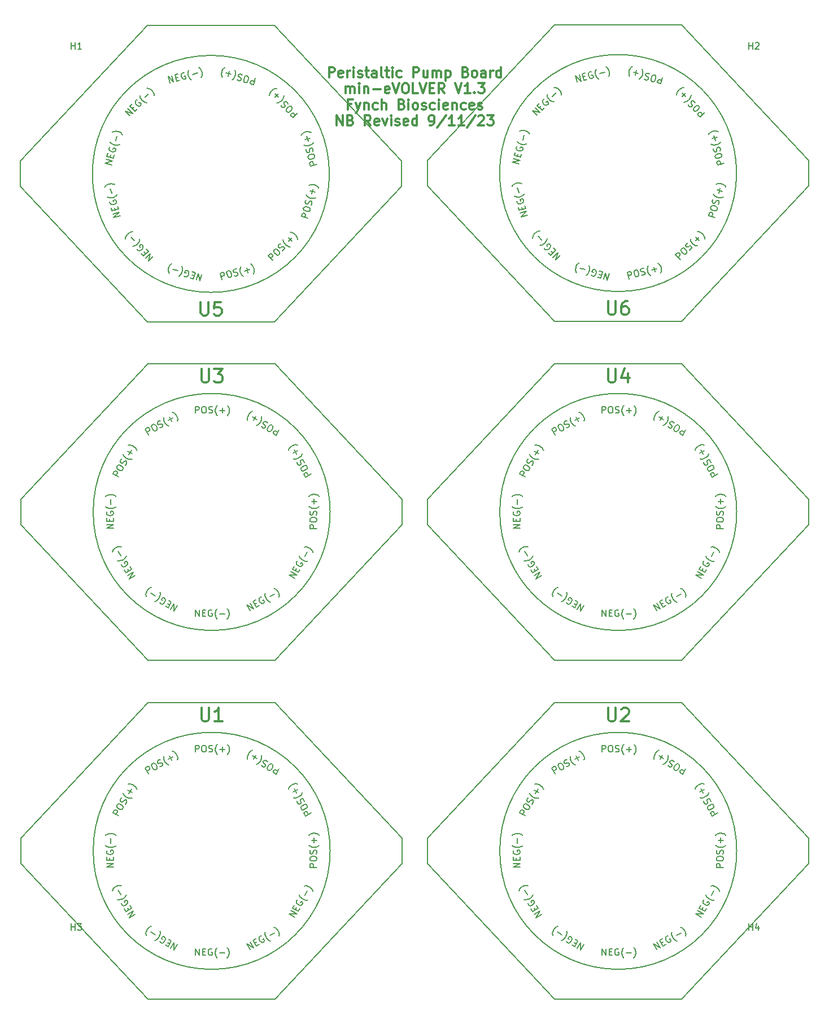
<source format=gbr>
%TF.GenerationSoftware,KiCad,Pcbnew,(6.0.10)*%
%TF.CreationDate,2023-09-11T12:43:08-04:00*%
%TF.ProjectId,pump_board,70756d70-5f62-46f6-9172-642e6b696361,rev?*%
%TF.SameCoordinates,Original*%
%TF.FileFunction,Legend,Top*%
%TF.FilePolarity,Positive*%
%FSLAX46Y46*%
G04 Gerber Fmt 4.6, Leading zero omitted, Abs format (unit mm)*
G04 Created by KiCad (PCBNEW (6.0.10)) date 2023-09-11 12:43:08*
%MOMM*%
%LPD*%
G01*
G04 APERTURE LIST*
%ADD10C,0.300000*%
%ADD11C,0.150000*%
G04 APERTURE END LIST*
D10*
X111567142Y-200256071D02*
X111567142Y-198756071D01*
X112138571Y-198756071D01*
X112281428Y-198827500D01*
X112352857Y-198898928D01*
X112424285Y-199041785D01*
X112424285Y-199256071D01*
X112352857Y-199398928D01*
X112281428Y-199470357D01*
X112138571Y-199541785D01*
X111567142Y-199541785D01*
X113638571Y-200184642D02*
X113495714Y-200256071D01*
X113210000Y-200256071D01*
X113067142Y-200184642D01*
X112995714Y-200041785D01*
X112995714Y-199470357D01*
X113067142Y-199327500D01*
X113210000Y-199256071D01*
X113495714Y-199256071D01*
X113638571Y-199327500D01*
X113710000Y-199470357D01*
X113710000Y-199613214D01*
X112995714Y-199756071D01*
X114352857Y-200256071D02*
X114352857Y-199256071D01*
X114352857Y-199541785D02*
X114424285Y-199398928D01*
X114495714Y-199327500D01*
X114638571Y-199256071D01*
X114781428Y-199256071D01*
X115281428Y-200256071D02*
X115281428Y-199256071D01*
X115281428Y-198756071D02*
X115210000Y-198827500D01*
X115281428Y-198898928D01*
X115352857Y-198827500D01*
X115281428Y-198756071D01*
X115281428Y-198898928D01*
X115924285Y-200184642D02*
X116067142Y-200256071D01*
X116352857Y-200256071D01*
X116495714Y-200184642D01*
X116567142Y-200041785D01*
X116567142Y-199970357D01*
X116495714Y-199827500D01*
X116352857Y-199756071D01*
X116138571Y-199756071D01*
X115995714Y-199684642D01*
X115924285Y-199541785D01*
X115924285Y-199470357D01*
X115995714Y-199327500D01*
X116138571Y-199256071D01*
X116352857Y-199256071D01*
X116495714Y-199327500D01*
X116995714Y-199256071D02*
X117567142Y-199256071D01*
X117210000Y-198756071D02*
X117210000Y-200041785D01*
X117281428Y-200184642D01*
X117424285Y-200256071D01*
X117567142Y-200256071D01*
X118710000Y-200256071D02*
X118710000Y-199470357D01*
X118638571Y-199327500D01*
X118495714Y-199256071D01*
X118210000Y-199256071D01*
X118067142Y-199327500D01*
X118710000Y-200184642D02*
X118567142Y-200256071D01*
X118210000Y-200256071D01*
X118067142Y-200184642D01*
X117995714Y-200041785D01*
X117995714Y-199898928D01*
X118067142Y-199756071D01*
X118210000Y-199684642D01*
X118567142Y-199684642D01*
X118710000Y-199613214D01*
X119638571Y-200256071D02*
X119495714Y-200184642D01*
X119424285Y-200041785D01*
X119424285Y-198756071D01*
X119995714Y-199256071D02*
X120567142Y-199256071D01*
X120210000Y-198756071D02*
X120210000Y-200041785D01*
X120281428Y-200184642D01*
X120424285Y-200256071D01*
X120567142Y-200256071D01*
X121067142Y-200256071D02*
X121067142Y-199256071D01*
X121067142Y-198756071D02*
X120995714Y-198827500D01*
X121067142Y-198898928D01*
X121138571Y-198827500D01*
X121067142Y-198756071D01*
X121067142Y-198898928D01*
X122424285Y-200184642D02*
X122281428Y-200256071D01*
X121995714Y-200256071D01*
X121852857Y-200184642D01*
X121781428Y-200113214D01*
X121710000Y-199970357D01*
X121710000Y-199541785D01*
X121781428Y-199398928D01*
X121852857Y-199327500D01*
X121995714Y-199256071D01*
X122281428Y-199256071D01*
X122424285Y-199327500D01*
X124210000Y-200256071D02*
X124210000Y-198756071D01*
X124781428Y-198756071D01*
X124924285Y-198827500D01*
X124995714Y-198898928D01*
X125067142Y-199041785D01*
X125067142Y-199256071D01*
X124995714Y-199398928D01*
X124924285Y-199470357D01*
X124781428Y-199541785D01*
X124210000Y-199541785D01*
X126352857Y-199256071D02*
X126352857Y-200256071D01*
X125710000Y-199256071D02*
X125710000Y-200041785D01*
X125781428Y-200184642D01*
X125924285Y-200256071D01*
X126138571Y-200256071D01*
X126281428Y-200184642D01*
X126352857Y-200113214D01*
X127067142Y-200256071D02*
X127067142Y-199256071D01*
X127067142Y-199398928D02*
X127138571Y-199327500D01*
X127281428Y-199256071D01*
X127495714Y-199256071D01*
X127638571Y-199327500D01*
X127710000Y-199470357D01*
X127710000Y-200256071D01*
X127710000Y-199470357D02*
X127781428Y-199327500D01*
X127924285Y-199256071D01*
X128138571Y-199256071D01*
X128281428Y-199327500D01*
X128352857Y-199470357D01*
X128352857Y-200256071D01*
X129067142Y-199256071D02*
X129067142Y-200756071D01*
X129067142Y-199327500D02*
X129210000Y-199256071D01*
X129495714Y-199256071D01*
X129638571Y-199327500D01*
X129710000Y-199398928D01*
X129781428Y-199541785D01*
X129781428Y-199970357D01*
X129710000Y-200113214D01*
X129638571Y-200184642D01*
X129495714Y-200256071D01*
X129210000Y-200256071D01*
X129067142Y-200184642D01*
X132067142Y-199470357D02*
X132281428Y-199541785D01*
X132352857Y-199613214D01*
X132424285Y-199756071D01*
X132424285Y-199970357D01*
X132352857Y-200113214D01*
X132281428Y-200184642D01*
X132138571Y-200256071D01*
X131567142Y-200256071D01*
X131567142Y-198756071D01*
X132067142Y-198756071D01*
X132210000Y-198827500D01*
X132281428Y-198898928D01*
X132352857Y-199041785D01*
X132352857Y-199184642D01*
X132281428Y-199327500D01*
X132210000Y-199398928D01*
X132067142Y-199470357D01*
X131567142Y-199470357D01*
X133281428Y-200256071D02*
X133138571Y-200184642D01*
X133067142Y-200113214D01*
X132995714Y-199970357D01*
X132995714Y-199541785D01*
X133067142Y-199398928D01*
X133138571Y-199327500D01*
X133281428Y-199256071D01*
X133495714Y-199256071D01*
X133638571Y-199327500D01*
X133710000Y-199398928D01*
X133781428Y-199541785D01*
X133781428Y-199970357D01*
X133710000Y-200113214D01*
X133638571Y-200184642D01*
X133495714Y-200256071D01*
X133281428Y-200256071D01*
X135067142Y-200256071D02*
X135067142Y-199470357D01*
X134995714Y-199327500D01*
X134852857Y-199256071D01*
X134567142Y-199256071D01*
X134424285Y-199327500D01*
X135067142Y-200184642D02*
X134924285Y-200256071D01*
X134567142Y-200256071D01*
X134424285Y-200184642D01*
X134352857Y-200041785D01*
X134352857Y-199898928D01*
X134424285Y-199756071D01*
X134567142Y-199684642D01*
X134924285Y-199684642D01*
X135067142Y-199613214D01*
X135781428Y-200256071D02*
X135781428Y-199256071D01*
X135781428Y-199541785D02*
X135852857Y-199398928D01*
X135924285Y-199327500D01*
X136067142Y-199256071D01*
X136210000Y-199256071D01*
X137352857Y-200256071D02*
X137352857Y-198756071D01*
X137352857Y-200184642D02*
X137210000Y-200256071D01*
X136924285Y-200256071D01*
X136781428Y-200184642D01*
X136710000Y-200113214D01*
X136638571Y-199970357D01*
X136638571Y-199541785D01*
X136710000Y-199398928D01*
X136781428Y-199327500D01*
X136924285Y-199256071D01*
X137210000Y-199256071D01*
X137352857Y-199327500D01*
X114102857Y-202671071D02*
X114102857Y-201671071D01*
X114102857Y-201813928D02*
X114174285Y-201742500D01*
X114317142Y-201671071D01*
X114531428Y-201671071D01*
X114674285Y-201742500D01*
X114745714Y-201885357D01*
X114745714Y-202671071D01*
X114745714Y-201885357D02*
X114817142Y-201742500D01*
X114960000Y-201671071D01*
X115174285Y-201671071D01*
X115317142Y-201742500D01*
X115388571Y-201885357D01*
X115388571Y-202671071D01*
X116102857Y-202671071D02*
X116102857Y-201671071D01*
X116102857Y-201171071D02*
X116031428Y-201242500D01*
X116102857Y-201313928D01*
X116174285Y-201242500D01*
X116102857Y-201171071D01*
X116102857Y-201313928D01*
X116817142Y-201671071D02*
X116817142Y-202671071D01*
X116817142Y-201813928D02*
X116888571Y-201742500D01*
X117031428Y-201671071D01*
X117245714Y-201671071D01*
X117388571Y-201742500D01*
X117460000Y-201885357D01*
X117460000Y-202671071D01*
X118174285Y-202099642D02*
X119317142Y-202099642D01*
X120602857Y-202599642D02*
X120460000Y-202671071D01*
X120174285Y-202671071D01*
X120031428Y-202599642D01*
X119960000Y-202456785D01*
X119960000Y-201885357D01*
X120031428Y-201742500D01*
X120174285Y-201671071D01*
X120460000Y-201671071D01*
X120602857Y-201742500D01*
X120674285Y-201885357D01*
X120674285Y-202028214D01*
X119960000Y-202171071D01*
X121102857Y-201171071D02*
X121602857Y-202671071D01*
X122102857Y-201171071D01*
X122888571Y-201171071D02*
X123174285Y-201171071D01*
X123317142Y-201242500D01*
X123460000Y-201385357D01*
X123531428Y-201671071D01*
X123531428Y-202171071D01*
X123460000Y-202456785D01*
X123317142Y-202599642D01*
X123174285Y-202671071D01*
X122888571Y-202671071D01*
X122745714Y-202599642D01*
X122602857Y-202456785D01*
X122531428Y-202171071D01*
X122531428Y-201671071D01*
X122602857Y-201385357D01*
X122745714Y-201242500D01*
X122888571Y-201171071D01*
X124888571Y-202671071D02*
X124174285Y-202671071D01*
X124174285Y-201171071D01*
X125174285Y-201171071D02*
X125674285Y-202671071D01*
X126174285Y-201171071D01*
X126674285Y-201885357D02*
X127174285Y-201885357D01*
X127388571Y-202671071D02*
X126674285Y-202671071D01*
X126674285Y-201171071D01*
X127388571Y-201171071D01*
X128888571Y-202671071D02*
X128388571Y-201956785D01*
X128031428Y-202671071D02*
X128031428Y-201171071D01*
X128602857Y-201171071D01*
X128745714Y-201242500D01*
X128817142Y-201313928D01*
X128888571Y-201456785D01*
X128888571Y-201671071D01*
X128817142Y-201813928D01*
X128745714Y-201885357D01*
X128602857Y-201956785D01*
X128031428Y-201956785D01*
X130460000Y-201171071D02*
X130960000Y-202671071D01*
X131460000Y-201171071D01*
X132745714Y-202671071D02*
X131888571Y-202671071D01*
X132317142Y-202671071D02*
X132317142Y-201171071D01*
X132174285Y-201385357D01*
X132031428Y-201528214D01*
X131888571Y-201599642D01*
X133388571Y-202528214D02*
X133460000Y-202599642D01*
X133388571Y-202671071D01*
X133317142Y-202599642D01*
X133388571Y-202528214D01*
X133388571Y-202671071D01*
X133960000Y-201171071D02*
X134888571Y-201171071D01*
X134388571Y-201742500D01*
X134602857Y-201742500D01*
X134745714Y-201813928D01*
X134817142Y-201885357D01*
X134888571Y-202028214D01*
X134888571Y-202385357D01*
X134817142Y-202528214D01*
X134745714Y-202599642D01*
X134602857Y-202671071D01*
X134174285Y-202671071D01*
X134031428Y-202599642D01*
X133960000Y-202528214D01*
X114924285Y-204300357D02*
X114424285Y-204300357D01*
X114424285Y-205086071D02*
X114424285Y-203586071D01*
X115138571Y-203586071D01*
X115567142Y-204086071D02*
X115924285Y-205086071D01*
X116281428Y-204086071D02*
X115924285Y-205086071D01*
X115781428Y-205443214D01*
X115710000Y-205514642D01*
X115567142Y-205586071D01*
X116852857Y-204086071D02*
X116852857Y-205086071D01*
X116852857Y-204228928D02*
X116924285Y-204157500D01*
X117067142Y-204086071D01*
X117281428Y-204086071D01*
X117424285Y-204157500D01*
X117495714Y-204300357D01*
X117495714Y-205086071D01*
X118852857Y-205014642D02*
X118710000Y-205086071D01*
X118424285Y-205086071D01*
X118281428Y-205014642D01*
X118210000Y-204943214D01*
X118138571Y-204800357D01*
X118138571Y-204371785D01*
X118210000Y-204228928D01*
X118281428Y-204157500D01*
X118424285Y-204086071D01*
X118710000Y-204086071D01*
X118852857Y-204157500D01*
X119495714Y-205086071D02*
X119495714Y-203586071D01*
X120138571Y-205086071D02*
X120138571Y-204300357D01*
X120067142Y-204157500D01*
X119924285Y-204086071D01*
X119710000Y-204086071D01*
X119567142Y-204157500D01*
X119495714Y-204228928D01*
X122495714Y-204300357D02*
X122710000Y-204371785D01*
X122781428Y-204443214D01*
X122852857Y-204586071D01*
X122852857Y-204800357D01*
X122781428Y-204943214D01*
X122710000Y-205014642D01*
X122567142Y-205086071D01*
X121995714Y-205086071D01*
X121995714Y-203586071D01*
X122495714Y-203586071D01*
X122638571Y-203657500D01*
X122710000Y-203728928D01*
X122781428Y-203871785D01*
X122781428Y-204014642D01*
X122710000Y-204157500D01*
X122638571Y-204228928D01*
X122495714Y-204300357D01*
X121995714Y-204300357D01*
X123495714Y-205086071D02*
X123495714Y-204086071D01*
X123495714Y-203586071D02*
X123424285Y-203657500D01*
X123495714Y-203728928D01*
X123567142Y-203657500D01*
X123495714Y-203586071D01*
X123495714Y-203728928D01*
X124424285Y-205086071D02*
X124281428Y-205014642D01*
X124210000Y-204943214D01*
X124138571Y-204800357D01*
X124138571Y-204371785D01*
X124210000Y-204228928D01*
X124281428Y-204157500D01*
X124424285Y-204086071D01*
X124638571Y-204086071D01*
X124781428Y-204157500D01*
X124852857Y-204228928D01*
X124924285Y-204371785D01*
X124924285Y-204800357D01*
X124852857Y-204943214D01*
X124781428Y-205014642D01*
X124638571Y-205086071D01*
X124424285Y-205086071D01*
X125495714Y-205014642D02*
X125638571Y-205086071D01*
X125924285Y-205086071D01*
X126067142Y-205014642D01*
X126138571Y-204871785D01*
X126138571Y-204800357D01*
X126067142Y-204657500D01*
X125924285Y-204586071D01*
X125710000Y-204586071D01*
X125567142Y-204514642D01*
X125495714Y-204371785D01*
X125495714Y-204300357D01*
X125567142Y-204157500D01*
X125710000Y-204086071D01*
X125924285Y-204086071D01*
X126067142Y-204157500D01*
X127424285Y-205014642D02*
X127281428Y-205086071D01*
X126995714Y-205086071D01*
X126852857Y-205014642D01*
X126781428Y-204943214D01*
X126710000Y-204800357D01*
X126710000Y-204371785D01*
X126781428Y-204228928D01*
X126852857Y-204157500D01*
X126995714Y-204086071D01*
X127281428Y-204086071D01*
X127424285Y-204157500D01*
X128067142Y-205086071D02*
X128067142Y-204086071D01*
X128067142Y-203586071D02*
X127995714Y-203657500D01*
X128067142Y-203728928D01*
X128138571Y-203657500D01*
X128067142Y-203586071D01*
X128067142Y-203728928D01*
X129352857Y-205014642D02*
X129210000Y-205086071D01*
X128924285Y-205086071D01*
X128781428Y-205014642D01*
X128710000Y-204871785D01*
X128710000Y-204300357D01*
X128781428Y-204157500D01*
X128924285Y-204086071D01*
X129210000Y-204086071D01*
X129352857Y-204157500D01*
X129424285Y-204300357D01*
X129424285Y-204443214D01*
X128710000Y-204586071D01*
X130067142Y-204086071D02*
X130067142Y-205086071D01*
X130067142Y-204228928D02*
X130138571Y-204157500D01*
X130281428Y-204086071D01*
X130495714Y-204086071D01*
X130638571Y-204157500D01*
X130710000Y-204300357D01*
X130710000Y-205086071D01*
X132067142Y-205014642D02*
X131924285Y-205086071D01*
X131638571Y-205086071D01*
X131495714Y-205014642D01*
X131424285Y-204943214D01*
X131352857Y-204800357D01*
X131352857Y-204371785D01*
X131424285Y-204228928D01*
X131495714Y-204157500D01*
X131638571Y-204086071D01*
X131924285Y-204086071D01*
X132067142Y-204157500D01*
X133281428Y-205014642D02*
X133138571Y-205086071D01*
X132852857Y-205086071D01*
X132710000Y-205014642D01*
X132638571Y-204871785D01*
X132638571Y-204300357D01*
X132710000Y-204157500D01*
X132852857Y-204086071D01*
X133138571Y-204086071D01*
X133281428Y-204157500D01*
X133352857Y-204300357D01*
X133352857Y-204443214D01*
X132638571Y-204586071D01*
X133924285Y-205014642D02*
X134067142Y-205086071D01*
X134352857Y-205086071D01*
X134495714Y-205014642D01*
X134567142Y-204871785D01*
X134567142Y-204800357D01*
X134495714Y-204657500D01*
X134352857Y-204586071D01*
X134138571Y-204586071D01*
X133995714Y-204514642D01*
X133924285Y-204371785D01*
X133924285Y-204300357D01*
X133995714Y-204157500D01*
X134138571Y-204086071D01*
X134352857Y-204086071D01*
X134495714Y-204157500D01*
X112745714Y-207501071D02*
X112745714Y-206001071D01*
X113602857Y-207501071D01*
X113602857Y-206001071D01*
X114817142Y-206715357D02*
X115031428Y-206786785D01*
X115102857Y-206858214D01*
X115174285Y-207001071D01*
X115174285Y-207215357D01*
X115102857Y-207358214D01*
X115031428Y-207429642D01*
X114888571Y-207501071D01*
X114317142Y-207501071D01*
X114317142Y-206001071D01*
X114817142Y-206001071D01*
X114960000Y-206072500D01*
X115031428Y-206143928D01*
X115102857Y-206286785D01*
X115102857Y-206429642D01*
X115031428Y-206572500D01*
X114960000Y-206643928D01*
X114817142Y-206715357D01*
X114317142Y-206715357D01*
X117817142Y-207501071D02*
X117317142Y-206786785D01*
X116960000Y-207501071D02*
X116960000Y-206001071D01*
X117531428Y-206001071D01*
X117674285Y-206072500D01*
X117745714Y-206143928D01*
X117817142Y-206286785D01*
X117817142Y-206501071D01*
X117745714Y-206643928D01*
X117674285Y-206715357D01*
X117531428Y-206786785D01*
X116960000Y-206786785D01*
X119031428Y-207429642D02*
X118888571Y-207501071D01*
X118602857Y-207501071D01*
X118460000Y-207429642D01*
X118388571Y-207286785D01*
X118388571Y-206715357D01*
X118460000Y-206572500D01*
X118602857Y-206501071D01*
X118888571Y-206501071D01*
X119031428Y-206572500D01*
X119102857Y-206715357D01*
X119102857Y-206858214D01*
X118388571Y-207001071D01*
X119602857Y-206501071D02*
X119960000Y-207501071D01*
X120317142Y-206501071D01*
X120888571Y-207501071D02*
X120888571Y-206501071D01*
X120888571Y-206001071D02*
X120817142Y-206072500D01*
X120888571Y-206143928D01*
X120960000Y-206072500D01*
X120888571Y-206001071D01*
X120888571Y-206143928D01*
X121531428Y-207429642D02*
X121674285Y-207501071D01*
X121960000Y-207501071D01*
X122102857Y-207429642D01*
X122174285Y-207286785D01*
X122174285Y-207215357D01*
X122102857Y-207072500D01*
X121960000Y-207001071D01*
X121745714Y-207001071D01*
X121602857Y-206929642D01*
X121531428Y-206786785D01*
X121531428Y-206715357D01*
X121602857Y-206572500D01*
X121745714Y-206501071D01*
X121960000Y-206501071D01*
X122102857Y-206572500D01*
X123388571Y-207429642D02*
X123245714Y-207501071D01*
X122960000Y-207501071D01*
X122817142Y-207429642D01*
X122745714Y-207286785D01*
X122745714Y-206715357D01*
X122817142Y-206572500D01*
X122960000Y-206501071D01*
X123245714Y-206501071D01*
X123388571Y-206572500D01*
X123460000Y-206715357D01*
X123460000Y-206858214D01*
X122745714Y-207001071D01*
X124745714Y-207501071D02*
X124745714Y-206001071D01*
X124745714Y-207429642D02*
X124602857Y-207501071D01*
X124317142Y-207501071D01*
X124174285Y-207429642D01*
X124102857Y-207358214D01*
X124031428Y-207215357D01*
X124031428Y-206786785D01*
X124102857Y-206643928D01*
X124174285Y-206572500D01*
X124317142Y-206501071D01*
X124602857Y-206501071D01*
X124745714Y-206572500D01*
X126674285Y-207501071D02*
X126960000Y-207501071D01*
X127102857Y-207429642D01*
X127174285Y-207358214D01*
X127317142Y-207143928D01*
X127388571Y-206858214D01*
X127388571Y-206286785D01*
X127317142Y-206143928D01*
X127245714Y-206072500D01*
X127102857Y-206001071D01*
X126817142Y-206001071D01*
X126674285Y-206072500D01*
X126602857Y-206143928D01*
X126531428Y-206286785D01*
X126531428Y-206643928D01*
X126602857Y-206786785D01*
X126674285Y-206858214D01*
X126817142Y-206929642D01*
X127102857Y-206929642D01*
X127245714Y-206858214D01*
X127317142Y-206786785D01*
X127388571Y-206643928D01*
X129102857Y-205929642D02*
X127817142Y-207858214D01*
X130388571Y-207501071D02*
X129531428Y-207501071D01*
X129960000Y-207501071D02*
X129960000Y-206001071D01*
X129817142Y-206215357D01*
X129674285Y-206358214D01*
X129531428Y-206429642D01*
X131817142Y-207501071D02*
X130960000Y-207501071D01*
X131388571Y-207501071D02*
X131388571Y-206001071D01*
X131245714Y-206215357D01*
X131102857Y-206358214D01*
X130960000Y-206429642D01*
X133531428Y-205929642D02*
X132245714Y-207858214D01*
X133960000Y-206143928D02*
X134031428Y-206072500D01*
X134174285Y-206001071D01*
X134531428Y-206001071D01*
X134674285Y-206072500D01*
X134745714Y-206143928D01*
X134817142Y-206286785D01*
X134817142Y-206429642D01*
X134745714Y-206643928D01*
X133888571Y-207501071D01*
X134817142Y-207501071D01*
X135317142Y-206001071D02*
X136245714Y-206001071D01*
X135745714Y-206572500D01*
X135960000Y-206572500D01*
X136102857Y-206643928D01*
X136174285Y-206715357D01*
X136245714Y-206858214D01*
X136245714Y-207215357D01*
X136174285Y-207358214D01*
X136102857Y-207429642D01*
X135960000Y-207501071D01*
X135531428Y-207501071D01*
X135388571Y-207429642D01*
X135317142Y-207358214D01*
%TO.C,U6*%
X153392449Y-233854761D02*
X153392449Y-235473809D01*
X153487687Y-235664285D01*
X153582925Y-235759523D01*
X153773401Y-235854761D01*
X154154354Y-235854761D01*
X154344830Y-235759523D01*
X154440068Y-235664285D01*
X154535306Y-235473809D01*
X154535306Y-233854761D01*
X156344830Y-233854761D02*
X155963878Y-233854761D01*
X155773401Y-233950000D01*
X155678163Y-234045238D01*
X155487687Y-234330952D01*
X155392449Y-234711904D01*
X155392449Y-235473809D01*
X155487687Y-235664285D01*
X155582925Y-235759523D01*
X155773401Y-235854761D01*
X156154354Y-235854761D01*
X156344830Y-235759523D01*
X156440068Y-235664285D01*
X156535306Y-235473809D01*
X156535306Y-234997619D01*
X156440068Y-234807142D01*
X156344830Y-234711904D01*
X156154354Y-234616666D01*
X155773401Y-234616666D01*
X155582925Y-234711904D01*
X155487687Y-234807142D01*
X155392449Y-234997619D01*
D11*
X170796578Y-213181179D02*
X169829755Y-213436625D01*
X169732442Y-213068311D01*
X169754153Y-212964069D01*
X169788029Y-212905866D01*
X169867943Y-212835498D01*
X170006061Y-212799006D01*
X170110303Y-212820717D01*
X170168506Y-212854592D01*
X170238874Y-212934507D01*
X170336186Y-213302820D01*
X169525653Y-212285645D02*
X169476997Y-212101488D01*
X169498708Y-211997246D01*
X169566458Y-211880839D01*
X169738451Y-211786143D01*
X170060725Y-211700995D01*
X170257046Y-211698378D01*
X170373453Y-211766128D01*
X170443820Y-211846042D01*
X170492476Y-212030199D01*
X170470765Y-212134442D01*
X170403015Y-212250848D01*
X170231022Y-212345544D01*
X169908748Y-212430692D01*
X169712427Y-212433310D01*
X169596020Y-212365559D01*
X169525653Y-212285645D01*
X170239648Y-211259697D02*
X170249195Y-211109415D01*
X170188374Y-210879219D01*
X170118007Y-210799305D01*
X170059804Y-210765429D01*
X169955561Y-210743718D01*
X169863483Y-210768047D01*
X169783568Y-210838414D01*
X169749693Y-210896617D01*
X169727982Y-211000860D01*
X169730599Y-211197181D01*
X169708888Y-211301423D01*
X169675013Y-211359626D01*
X169595099Y-211429994D01*
X169503020Y-211454322D01*
X169398778Y-211432611D01*
X169340575Y-211398736D01*
X169270207Y-211318822D01*
X169209387Y-211088625D01*
X169218934Y-210938344D01*
X170325570Y-209907161D02*
X170291695Y-209965365D01*
X170177906Y-210093935D01*
X170097991Y-210164303D01*
X169972038Y-210246834D01*
X169754006Y-210353694D01*
X169569849Y-210402350D01*
X169327489Y-210417131D01*
X169177207Y-210407584D01*
X169072965Y-210385873D01*
X168910519Y-210330287D01*
X168852316Y-210296412D01*
X169491630Y-209733473D02*
X169297005Y-208996846D01*
X169762631Y-209267847D02*
X169026004Y-209462472D01*
X169936320Y-208433907D02*
X169878116Y-208400031D01*
X169715671Y-208344445D01*
X169611428Y-208322734D01*
X169461146Y-208313187D01*
X169218786Y-208327969D01*
X169034629Y-208376625D01*
X168816597Y-208483484D01*
X168690644Y-208566016D01*
X168610730Y-208636383D01*
X168496940Y-208764954D01*
X168463065Y-208823157D01*
X142769609Y-205958110D02*
X142064975Y-205248540D01*
X143175078Y-205555462D01*
X142470444Y-204845891D01*
X143143875Y-204848242D02*
X143380399Y-204613364D01*
X143850860Y-204884382D02*
X143512969Y-205219922D01*
X142808335Y-204510351D01*
X143146226Y-204174811D01*
X143855561Y-203537520D02*
X143754429Y-203570839D01*
X143653062Y-203671501D01*
X143585249Y-203805952D01*
X143584779Y-203940638D01*
X143618097Y-204041771D01*
X143718524Y-204210481D01*
X143819186Y-204311848D01*
X143987192Y-204413450D01*
X144088089Y-204447475D01*
X144222775Y-204447945D01*
X144357696Y-204381072D01*
X144425274Y-204313964D01*
X144493088Y-204179513D01*
X144493323Y-204112170D01*
X144258445Y-203875646D01*
X144123288Y-204009862D01*
X145335699Y-203946750D02*
X145268356Y-203946515D01*
X145100116Y-203912256D01*
X144999219Y-203878232D01*
X144864767Y-203810419D01*
X144663208Y-203675027D01*
X144528992Y-203539871D01*
X144395011Y-203337371D01*
X144328138Y-203202450D01*
X144294819Y-203101318D01*
X144261736Y-202932843D01*
X144261971Y-202865500D01*
X145069147Y-203137693D02*
X145609773Y-202600829D01*
X146416950Y-202873022D02*
X146417185Y-202805679D01*
X146384101Y-202637204D01*
X146350782Y-202536071D01*
X146283909Y-202401150D01*
X146149928Y-202198651D01*
X146015712Y-202063494D01*
X145814153Y-201928103D01*
X145679702Y-201860290D01*
X145578805Y-201826266D01*
X145410564Y-201792006D01*
X145343221Y-201791771D01*
X140036792Y-213256016D02*
X139071776Y-212993827D01*
X140186614Y-212704578D01*
X139221598Y-212442389D01*
X139805982Y-212107709D02*
X139893378Y-211786037D01*
X140436318Y-211785514D02*
X140311466Y-212245046D01*
X139346450Y-211982857D01*
X139471302Y-211523325D01*
X139766959Y-210616747D02*
X139696035Y-210696168D01*
X139658580Y-210834028D01*
X139667077Y-210984372D01*
X139734013Y-211101249D01*
X139813435Y-211172173D01*
X139984762Y-211268067D01*
X140122621Y-211305522D01*
X140318919Y-211309510D01*
X140423311Y-211288527D01*
X140540188Y-211221591D01*
X140623596Y-211096217D01*
X140648567Y-211004311D01*
X140640069Y-210853966D01*
X140606601Y-210795527D01*
X140284929Y-210708131D01*
X140234988Y-210891944D01*
X141253411Y-210231082D02*
X141194973Y-210264550D01*
X141032143Y-210319001D01*
X140927751Y-210339983D01*
X140777406Y-210348481D01*
X140535155Y-210332008D01*
X140351343Y-210282067D01*
X140134062Y-210173688D01*
X140008688Y-210090279D01*
X139929267Y-210019356D01*
X139816378Y-209889994D01*
X139782910Y-209831556D01*
X140618042Y-209663693D02*
X140817805Y-208928443D01*
X141652937Y-208760581D02*
X141619469Y-208702142D01*
X141506580Y-208572780D01*
X141427159Y-208501857D01*
X141301785Y-208418448D01*
X141084504Y-208310069D01*
X140900691Y-208260128D01*
X140658440Y-208243655D01*
X140508096Y-208252153D01*
X140403704Y-208273136D01*
X140240874Y-208327586D01*
X140182436Y-208361054D01*
X141321718Y-220944146D02*
X140354895Y-221199592D01*
X141175749Y-220391675D01*
X140208926Y-220647121D01*
X140547677Y-220065088D02*
X140462529Y-219742814D01*
X140932468Y-219470891D02*
X141054109Y-219931283D01*
X140087285Y-220186729D01*
X139965644Y-219726337D01*
X139768402Y-218793389D02*
X139746691Y-218897631D01*
X139783183Y-219035749D01*
X139865715Y-219161702D01*
X139982121Y-219229453D01*
X140086364Y-219251164D01*
X140282685Y-219248546D01*
X140420802Y-219212054D01*
X140592795Y-219117359D01*
X140672709Y-219046991D01*
X140740460Y-218930585D01*
X140750006Y-218780303D01*
X140725678Y-218688225D01*
X140643147Y-218562271D01*
X140584944Y-218528396D01*
X140262669Y-218613544D01*
X140311325Y-218797701D01*
X140862874Y-217716167D02*
X140828999Y-217774370D01*
X140715210Y-217902941D01*
X140635295Y-217973308D01*
X140509342Y-218055840D01*
X140291310Y-218162699D01*
X140107153Y-218211356D01*
X139864793Y-218226137D01*
X139714511Y-218216590D01*
X139610269Y-218194879D01*
X139447823Y-218139293D01*
X139389620Y-218105418D01*
X140028934Y-217542479D02*
X139834309Y-216805851D01*
X140473624Y-216242912D02*
X140415420Y-216209037D01*
X140252975Y-216153451D01*
X140148732Y-216131740D01*
X139998450Y-216122193D01*
X139756090Y-216136974D01*
X139571933Y-216185630D01*
X139353901Y-216292490D01*
X139227948Y-216375022D01*
X139148034Y-216445389D01*
X139034244Y-216573960D01*
X139000369Y-216632163D01*
X156548226Y-230476123D02*
X156292780Y-229509300D01*
X156661094Y-229411987D01*
X156765336Y-229433698D01*
X156823539Y-229467574D01*
X156893907Y-229547488D01*
X156930399Y-229685606D01*
X156908688Y-229789848D01*
X156874813Y-229848051D01*
X156794898Y-229918419D01*
X156426585Y-230015731D01*
X157443760Y-229205198D02*
X157627917Y-229156542D01*
X157732159Y-229178253D01*
X157848566Y-229246003D01*
X157943262Y-229417996D01*
X158028410Y-229740270D01*
X158031027Y-229936591D01*
X157963277Y-230052998D01*
X157883363Y-230123365D01*
X157699206Y-230172021D01*
X157594963Y-230150310D01*
X157478557Y-230082560D01*
X157383861Y-229910567D01*
X157298713Y-229588293D01*
X157296095Y-229391972D01*
X157363846Y-229275565D01*
X157443760Y-229205198D01*
X158469708Y-229919193D02*
X158619990Y-229928740D01*
X158850186Y-229867919D01*
X158930100Y-229797552D01*
X158963976Y-229739349D01*
X158985687Y-229635106D01*
X158961358Y-229543028D01*
X158890991Y-229463113D01*
X158832788Y-229429238D01*
X158728545Y-229407527D01*
X158532224Y-229410144D01*
X158427982Y-229388433D01*
X158369779Y-229354558D01*
X158299411Y-229274644D01*
X158275083Y-229182565D01*
X158296794Y-229078323D01*
X158330669Y-229020120D01*
X158410583Y-228949752D01*
X158640780Y-228888932D01*
X158791061Y-228898479D01*
X159822244Y-230005115D02*
X159764040Y-229971240D01*
X159635470Y-229857451D01*
X159565102Y-229777536D01*
X159482571Y-229651583D01*
X159375711Y-229433551D01*
X159327055Y-229249394D01*
X159312274Y-229007034D01*
X159321821Y-228856752D01*
X159343532Y-228752510D01*
X159399118Y-228590064D01*
X159432993Y-228531861D01*
X159995932Y-229171175D02*
X160732559Y-228976550D01*
X160461558Y-229442176D02*
X160266933Y-228705549D01*
X161295498Y-229615865D02*
X161329374Y-229557661D01*
X161384960Y-229395216D01*
X161406671Y-229290973D01*
X161416218Y-229140691D01*
X161401436Y-228898331D01*
X161352780Y-228714174D01*
X161245921Y-228496142D01*
X161163389Y-228370189D01*
X161093022Y-228290275D01*
X160964451Y-228176485D01*
X160906248Y-228142610D01*
X167913090Y-205502076D02*
X167203520Y-206206711D01*
X166935088Y-205936398D01*
X166901769Y-205835266D01*
X166902004Y-205767923D01*
X166936028Y-205667026D01*
X167037395Y-205566363D01*
X167138527Y-205533045D01*
X167205870Y-205533280D01*
X167306767Y-205567304D01*
X167575199Y-205837616D01*
X166364669Y-205361983D02*
X166230453Y-205226827D01*
X166197134Y-205125695D01*
X166197605Y-204991009D01*
X166299207Y-204823004D01*
X166535730Y-204588126D01*
X166704441Y-204487699D01*
X166839127Y-204488169D01*
X166940024Y-204522193D01*
X167074240Y-204657349D01*
X167107559Y-204758481D01*
X167107089Y-204893168D01*
X167005487Y-205061173D01*
X166768963Y-205296051D01*
X166600253Y-205396478D01*
X166465566Y-205396008D01*
X166364669Y-205361983D01*
X166470033Y-204116489D02*
X166403160Y-203981568D01*
X166235390Y-203812622D01*
X166134493Y-203778598D01*
X166067150Y-203778363D01*
X165966017Y-203811682D01*
X165898439Y-203878790D01*
X165864415Y-203979687D01*
X165864180Y-204047030D01*
X165897499Y-204148162D01*
X165997926Y-204316873D01*
X166031245Y-204418005D01*
X166031010Y-204485348D01*
X165996986Y-204586245D01*
X165929407Y-204653353D01*
X165828275Y-204686672D01*
X165760932Y-204686437D01*
X165660035Y-204652413D01*
X165492265Y-204483467D01*
X165425392Y-204348546D01*
X165868176Y-202902198D02*
X165867941Y-202969541D01*
X165833682Y-203137781D01*
X165799658Y-203238678D01*
X165731845Y-203373129D01*
X165596453Y-203574688D01*
X165461297Y-203708904D01*
X165258797Y-203842885D01*
X165123876Y-203909758D01*
X165022744Y-203943077D01*
X164854269Y-203976161D01*
X164786926Y-203975926D01*
X165059119Y-203168749D02*
X164522255Y-202628124D01*
X165060999Y-202630004D02*
X164520374Y-203166868D01*
X164794448Y-201820947D02*
X164727105Y-201820712D01*
X164558630Y-201853796D01*
X164457497Y-201887115D01*
X164322576Y-201953988D01*
X164120077Y-202087969D01*
X163984920Y-202222185D01*
X163849529Y-202423744D01*
X163781716Y-202558195D01*
X163747692Y-202659092D01*
X163713432Y-202827332D01*
X163713197Y-202894675D01*
X161583679Y-200286256D02*
X161321490Y-201251272D01*
X160953865Y-201151390D01*
X160874444Y-201080467D01*
X160840976Y-201022029D01*
X160819993Y-200917637D01*
X160857449Y-200779778D01*
X160928372Y-200700356D01*
X160986810Y-200666888D01*
X161091202Y-200645906D01*
X161458827Y-200745787D01*
X160172661Y-200939142D02*
X159988848Y-200889201D01*
X159909427Y-200818278D01*
X159842491Y-200701401D01*
X159846479Y-200505103D01*
X159933875Y-200183431D01*
X160029769Y-200012103D01*
X160146646Y-199945168D01*
X160251037Y-199924185D01*
X160434850Y-199974126D01*
X160514271Y-200045049D01*
X160581207Y-200161926D01*
X160577220Y-200358224D01*
X160489823Y-200679896D01*
X160393929Y-200851223D01*
X160277052Y-200918159D01*
X160172661Y-200939142D01*
X159641161Y-199807830D02*
X159515787Y-199724422D01*
X159286021Y-199661996D01*
X159181629Y-199682978D01*
X159123191Y-199716446D01*
X159052268Y-199795867D01*
X159027297Y-199887774D01*
X159048280Y-199992165D01*
X159081748Y-200050604D01*
X159161169Y-200121527D01*
X159332496Y-200217421D01*
X159411918Y-200288345D01*
X159445386Y-200346783D01*
X159466368Y-200451175D01*
X159441398Y-200543081D01*
X159370474Y-200622502D01*
X159312036Y-200655970D01*
X159207644Y-200676953D01*
X158977879Y-200614527D01*
X158852504Y-200531118D01*
X158512792Y-199057152D02*
X158546260Y-199115590D01*
X158600711Y-199278420D01*
X158621694Y-199382811D01*
X158630191Y-199533156D01*
X158613719Y-199775407D01*
X158563778Y-199959220D01*
X158455399Y-200176500D01*
X158371990Y-200301875D01*
X158301066Y-200381296D01*
X158171704Y-200494185D01*
X158113266Y-200527653D01*
X157945404Y-199692521D02*
X157210153Y-199492757D01*
X157677660Y-199225014D02*
X157477897Y-199960264D01*
X157042291Y-198657625D02*
X156983853Y-198691093D01*
X156854491Y-198803982D01*
X156783567Y-198883403D01*
X156700158Y-199008778D01*
X156591779Y-199226058D01*
X156541838Y-199409871D01*
X156525366Y-199652122D01*
X156533863Y-199802467D01*
X156554846Y-199906858D01*
X156609297Y-200069688D01*
X156642765Y-200128126D01*
X146268595Y-226962432D02*
X145559025Y-227667066D01*
X145865947Y-226556963D01*
X145156376Y-227261597D01*
X145158727Y-226588166D02*
X144923849Y-226351642D01*
X145194867Y-225881181D02*
X145530407Y-226219072D01*
X144820836Y-226923706D01*
X144485296Y-226585815D01*
X143848005Y-225876480D02*
X143881324Y-225977612D01*
X143981986Y-226078979D01*
X144116437Y-226146792D01*
X144251123Y-226147262D01*
X144352256Y-226113944D01*
X144520966Y-226013517D01*
X144622333Y-225912855D01*
X144723935Y-225744849D01*
X144757960Y-225643952D01*
X144758430Y-225509266D01*
X144691557Y-225374345D01*
X144624449Y-225306767D01*
X144489998Y-225238953D01*
X144422655Y-225238718D01*
X144186131Y-225473596D01*
X144320347Y-225608753D01*
X144257235Y-224396342D02*
X144257000Y-224463685D01*
X144222741Y-224631925D01*
X144188717Y-224732822D01*
X144120904Y-224867274D01*
X143985512Y-225068833D01*
X143850356Y-225203049D01*
X143647856Y-225337030D01*
X143512935Y-225403903D01*
X143411803Y-225437222D01*
X143243328Y-225470305D01*
X143175985Y-225470070D01*
X143448178Y-224662894D02*
X142911314Y-224122268D01*
X143183507Y-223315091D02*
X143116164Y-223314856D01*
X142947689Y-223347940D01*
X142846556Y-223381259D01*
X142711635Y-223448132D01*
X142509136Y-223582113D01*
X142373979Y-223716329D01*
X142238588Y-223917888D01*
X142170775Y-224052339D01*
X142136751Y-224153236D01*
X142102491Y-224321477D01*
X142102256Y-224388820D01*
X169444251Y-221270519D02*
X168479235Y-221008330D01*
X168579117Y-220640705D01*
X168650040Y-220561284D01*
X168708478Y-220527816D01*
X168812870Y-220506833D01*
X168950729Y-220544289D01*
X169030151Y-220615212D01*
X169063619Y-220673650D01*
X169084601Y-220778042D01*
X168984720Y-221145667D01*
X168791365Y-219859501D02*
X168841306Y-219675688D01*
X168912229Y-219596267D01*
X169029106Y-219529331D01*
X169225404Y-219533319D01*
X169547076Y-219620715D01*
X169718404Y-219716609D01*
X169785339Y-219833486D01*
X169806322Y-219937877D01*
X169756381Y-220121690D01*
X169685458Y-220201111D01*
X169568581Y-220268047D01*
X169372283Y-220264060D01*
X169050611Y-220176663D01*
X168879284Y-220080769D01*
X168812348Y-219963892D01*
X168791365Y-219859501D01*
X169922677Y-219328001D02*
X170006085Y-219202627D01*
X170068511Y-218972861D01*
X170047529Y-218868469D01*
X170014061Y-218810031D01*
X169934640Y-218739108D01*
X169842733Y-218714137D01*
X169738342Y-218735120D01*
X169679903Y-218768588D01*
X169608980Y-218848009D01*
X169513086Y-219019336D01*
X169442162Y-219098758D01*
X169383724Y-219132226D01*
X169279332Y-219153208D01*
X169187426Y-219128238D01*
X169108005Y-219057314D01*
X169074537Y-218998876D01*
X169053554Y-218894484D01*
X169115980Y-218664719D01*
X169199389Y-218539344D01*
X170673355Y-218199632D02*
X170614917Y-218233100D01*
X170452087Y-218287551D01*
X170347696Y-218308534D01*
X170197351Y-218317031D01*
X169955100Y-218300559D01*
X169771287Y-218250618D01*
X169554007Y-218142239D01*
X169428632Y-218058830D01*
X169349211Y-217987906D01*
X169236322Y-217858544D01*
X169202854Y-217800106D01*
X170037986Y-217632244D02*
X170237750Y-216896993D01*
X170505493Y-217364500D02*
X169770243Y-217164737D01*
X171072882Y-216729131D02*
X171039414Y-216670693D01*
X170926525Y-216541331D01*
X170847104Y-216470407D01*
X170721729Y-216386998D01*
X170504449Y-216278619D01*
X170320636Y-216228678D01*
X170078385Y-216212206D01*
X169928040Y-216220703D01*
X169823649Y-216241686D01*
X169660819Y-216296137D01*
X169602381Y-216329605D01*
X153569176Y-229693717D02*
X153306987Y-230658733D01*
X153017738Y-229543895D01*
X152755549Y-230508911D01*
X152420869Y-229924527D02*
X152099197Y-229837131D01*
X152098674Y-229294191D02*
X152558206Y-229419043D01*
X152296017Y-230384059D01*
X151836485Y-230259207D01*
X150929907Y-229963550D02*
X151009328Y-230034474D01*
X151147188Y-230071929D01*
X151297532Y-230063432D01*
X151414409Y-229996496D01*
X151485333Y-229917074D01*
X151581227Y-229745747D01*
X151618682Y-229607888D01*
X151622670Y-229411590D01*
X151601687Y-229307198D01*
X151534751Y-229190321D01*
X151409377Y-229106913D01*
X151317471Y-229081942D01*
X151167126Y-229090440D01*
X151108687Y-229123908D01*
X151021291Y-229445580D01*
X151205104Y-229495521D01*
X150544242Y-228477098D02*
X150577710Y-228535536D01*
X150632161Y-228698366D01*
X150653143Y-228802758D01*
X150661641Y-228953103D01*
X150645168Y-229195354D01*
X150595227Y-229379166D01*
X150486848Y-229596447D01*
X150403439Y-229721821D01*
X150332516Y-229801242D01*
X150203154Y-229914131D01*
X150144716Y-229947599D01*
X149976853Y-229112467D02*
X149241603Y-228912704D01*
X149073741Y-228077572D02*
X149015302Y-228111040D01*
X148885940Y-228223929D01*
X148815017Y-228303350D01*
X148731608Y-228428724D01*
X148623229Y-228646005D01*
X148573288Y-228829818D01*
X148556815Y-229072069D01*
X148565313Y-229222413D01*
X148586296Y-229326805D01*
X148640746Y-229489635D01*
X148674214Y-229548073D01*
X164229965Y-227602602D02*
X163525330Y-226893032D01*
X163795643Y-226624600D01*
X163896775Y-226591281D01*
X163964118Y-226591516D01*
X164065015Y-226625540D01*
X164165678Y-226726907D01*
X164198996Y-226828039D01*
X164198761Y-226895382D01*
X164164737Y-226996279D01*
X163894425Y-227264711D01*
X164370058Y-226054181D02*
X164505214Y-225919965D01*
X164606346Y-225886646D01*
X164741032Y-225887117D01*
X164909037Y-225988719D01*
X165143915Y-226225242D01*
X165244342Y-226393953D01*
X165243872Y-226528639D01*
X165209848Y-226629536D01*
X165074692Y-226763752D01*
X164973560Y-226797071D01*
X164838873Y-226796601D01*
X164670868Y-226694999D01*
X164435990Y-226458475D01*
X164335563Y-226289765D01*
X164336033Y-226155078D01*
X164370058Y-226054181D01*
X165615552Y-226159545D02*
X165750473Y-226092672D01*
X165919419Y-225924902D01*
X165953443Y-225824005D01*
X165953678Y-225756662D01*
X165920359Y-225655529D01*
X165853251Y-225587951D01*
X165752354Y-225553927D01*
X165685011Y-225553692D01*
X165583879Y-225587011D01*
X165415168Y-225687438D01*
X165314036Y-225720757D01*
X165246693Y-225720522D01*
X165145796Y-225686498D01*
X165078688Y-225618919D01*
X165045369Y-225517787D01*
X165045604Y-225450444D01*
X165079628Y-225349547D01*
X165248574Y-225181777D01*
X165383495Y-225114904D01*
X166829843Y-225557688D02*
X166762500Y-225557453D01*
X166594260Y-225523194D01*
X166493363Y-225489170D01*
X166358912Y-225421357D01*
X166157353Y-225285965D01*
X166023137Y-225150809D01*
X165889156Y-224948309D01*
X165822283Y-224813388D01*
X165788964Y-224712256D01*
X165755880Y-224543781D01*
X165756115Y-224476438D01*
X166563292Y-224748631D02*
X167103917Y-224211767D01*
X167102037Y-224750511D02*
X166565173Y-224209886D01*
X167911094Y-224483960D02*
X167911329Y-224416617D01*
X167878245Y-224248142D01*
X167844926Y-224147009D01*
X167778053Y-224012088D01*
X167644072Y-223809589D01*
X167509856Y-223674432D01*
X167308297Y-223539041D01*
X167173846Y-223471228D01*
X167072949Y-223437204D01*
X166904709Y-223402944D01*
X166837366Y-223402709D01*
X148785260Y-201001265D02*
X148529814Y-200034442D01*
X149337731Y-200855296D01*
X149082285Y-199888473D01*
X149664318Y-200227224D02*
X149986592Y-200142076D01*
X150258515Y-200612015D02*
X149798123Y-200733656D01*
X149542677Y-199766832D01*
X150003069Y-199645191D01*
X150936017Y-199447949D02*
X150831775Y-199426238D01*
X150693657Y-199462730D01*
X150567704Y-199545262D01*
X150499953Y-199661668D01*
X150478242Y-199765911D01*
X150480860Y-199962232D01*
X150517352Y-200100349D01*
X150612047Y-200272342D01*
X150682415Y-200352256D01*
X150798821Y-200420007D01*
X150949103Y-200429553D01*
X151041181Y-200405225D01*
X151167135Y-200322694D01*
X151201010Y-200264491D01*
X151115862Y-199942216D01*
X150931705Y-199990872D01*
X152013239Y-200542421D02*
X151955036Y-200508546D01*
X151826465Y-200394757D01*
X151756098Y-200314842D01*
X151673566Y-200188889D01*
X151566707Y-199970857D01*
X151518050Y-199786700D01*
X151503269Y-199544340D01*
X151512816Y-199394058D01*
X151534527Y-199289816D01*
X151590113Y-199127370D01*
X151623988Y-199069167D01*
X152186927Y-199708481D02*
X152923555Y-199513856D01*
X153486494Y-200153171D02*
X153520369Y-200094967D01*
X153575955Y-199932522D01*
X153597666Y-199828279D01*
X153607213Y-199677997D01*
X153592432Y-199435637D01*
X153543776Y-199251480D01*
X153436916Y-199033448D01*
X153354384Y-198907495D01*
X153284017Y-198827581D01*
X153155446Y-198713791D01*
X153097243Y-198679916D01*
D10*
%TO.C,U5*%
X92337485Y-233979416D02*
X92337485Y-235598464D01*
X92432723Y-235788940D01*
X92527961Y-235884178D01*
X92718437Y-235979416D01*
X93099390Y-235979416D01*
X93289866Y-235884178D01*
X93385104Y-235788940D01*
X93480342Y-235598464D01*
X93480342Y-233979416D01*
X95385104Y-233979416D02*
X94432723Y-233979416D01*
X94337485Y-234931797D01*
X94432723Y-234836559D01*
X94623199Y-234741321D01*
X95099390Y-234741321D01*
X95289866Y-234836559D01*
X95385104Y-234931797D01*
X95480342Y-235122274D01*
X95480342Y-235598464D01*
X95385104Y-235788940D01*
X95289866Y-235884178D01*
X95099390Y-235979416D01*
X94623199Y-235979416D01*
X94432723Y-235884178D01*
X94337485Y-235788940D01*
D11*
X109741614Y-213305834D02*
X108774791Y-213561280D01*
X108677478Y-213192966D01*
X108699189Y-213088724D01*
X108733065Y-213030521D01*
X108812979Y-212960153D01*
X108951097Y-212923661D01*
X109055339Y-212945372D01*
X109113542Y-212979247D01*
X109183910Y-213059162D01*
X109281222Y-213427475D01*
X108470689Y-212410300D02*
X108422033Y-212226143D01*
X108443744Y-212121901D01*
X108511494Y-212005494D01*
X108683487Y-211910798D01*
X109005761Y-211825650D01*
X109202082Y-211823033D01*
X109318489Y-211890783D01*
X109388856Y-211970697D01*
X109437512Y-212154854D01*
X109415801Y-212259097D01*
X109348051Y-212375503D01*
X109176058Y-212470199D01*
X108853784Y-212555347D01*
X108657463Y-212557965D01*
X108541056Y-212490214D01*
X108470689Y-212410300D01*
X109184684Y-211384352D02*
X109194231Y-211234070D01*
X109133410Y-211003874D01*
X109063043Y-210923960D01*
X109004840Y-210890084D01*
X108900597Y-210868373D01*
X108808519Y-210892702D01*
X108728604Y-210963069D01*
X108694729Y-211021272D01*
X108673018Y-211125515D01*
X108675635Y-211321836D01*
X108653924Y-211426078D01*
X108620049Y-211484281D01*
X108540135Y-211554649D01*
X108448056Y-211578977D01*
X108343814Y-211557266D01*
X108285611Y-211523391D01*
X108215243Y-211443477D01*
X108154423Y-211213280D01*
X108163970Y-211062999D01*
X109270606Y-210031816D02*
X109236731Y-210090020D01*
X109122942Y-210218590D01*
X109043027Y-210288958D01*
X108917074Y-210371489D01*
X108699042Y-210478349D01*
X108514885Y-210527005D01*
X108272525Y-210541786D01*
X108122243Y-210532239D01*
X108018001Y-210510528D01*
X107855555Y-210454942D01*
X107797352Y-210421067D01*
X108436666Y-209858128D02*
X108242041Y-209121501D01*
X108707667Y-209392502D02*
X107971040Y-209587127D01*
X108881356Y-208558562D02*
X108823152Y-208524686D01*
X108660707Y-208469100D01*
X108556464Y-208447389D01*
X108406182Y-208437842D01*
X108163822Y-208452624D01*
X107979665Y-208501280D01*
X107761633Y-208608139D01*
X107635680Y-208690671D01*
X107555766Y-208761038D01*
X107441976Y-208889609D01*
X107408101Y-208947812D01*
X81714645Y-206082765D02*
X81010011Y-205373195D01*
X82120114Y-205680117D01*
X81415480Y-204970546D01*
X82088911Y-204972897D02*
X82325435Y-204738019D01*
X82795896Y-205009037D02*
X82458005Y-205344577D01*
X81753371Y-204635006D01*
X82091262Y-204299466D01*
X82800597Y-203662175D02*
X82699465Y-203695494D01*
X82598098Y-203796156D01*
X82530285Y-203930607D01*
X82529815Y-204065293D01*
X82563133Y-204166426D01*
X82663560Y-204335136D01*
X82764222Y-204436503D01*
X82932228Y-204538105D01*
X83033125Y-204572130D01*
X83167811Y-204572600D01*
X83302732Y-204505727D01*
X83370310Y-204438619D01*
X83438124Y-204304168D01*
X83438359Y-204236825D01*
X83203481Y-204000301D01*
X83068324Y-204134517D01*
X84280735Y-204071405D02*
X84213392Y-204071170D01*
X84045152Y-204036911D01*
X83944255Y-204002887D01*
X83809803Y-203935074D01*
X83608244Y-203799682D01*
X83474028Y-203664526D01*
X83340047Y-203462026D01*
X83273174Y-203327105D01*
X83239855Y-203225973D01*
X83206772Y-203057498D01*
X83207007Y-202990155D01*
X84014183Y-203262348D02*
X84554809Y-202725484D01*
X85361986Y-202997677D02*
X85362221Y-202930334D01*
X85329137Y-202761859D01*
X85295818Y-202660726D01*
X85228945Y-202525805D01*
X85094964Y-202323306D01*
X84960748Y-202188149D01*
X84759189Y-202052758D01*
X84624738Y-201984945D01*
X84523841Y-201950921D01*
X84355600Y-201916661D01*
X84288257Y-201916426D01*
X78981828Y-213380671D02*
X78016812Y-213118482D01*
X79131650Y-212829233D01*
X78166634Y-212567044D01*
X78751018Y-212232364D02*
X78838414Y-211910692D01*
X79381354Y-211910169D02*
X79256502Y-212369701D01*
X78291486Y-212107512D01*
X78416338Y-211647980D01*
X78711995Y-210741402D02*
X78641071Y-210820823D01*
X78603616Y-210958683D01*
X78612113Y-211109027D01*
X78679049Y-211225904D01*
X78758471Y-211296828D01*
X78929798Y-211392722D01*
X79067657Y-211430177D01*
X79263955Y-211434165D01*
X79368347Y-211413182D01*
X79485224Y-211346246D01*
X79568632Y-211220872D01*
X79593603Y-211128966D01*
X79585105Y-210978621D01*
X79551637Y-210920182D01*
X79229965Y-210832786D01*
X79180024Y-211016599D01*
X80198447Y-210355737D02*
X80140009Y-210389205D01*
X79977179Y-210443656D01*
X79872787Y-210464638D01*
X79722442Y-210473136D01*
X79480191Y-210456663D01*
X79296379Y-210406722D01*
X79079098Y-210298343D01*
X78953724Y-210214934D01*
X78874303Y-210144011D01*
X78761414Y-210014649D01*
X78727946Y-209956211D01*
X79563078Y-209788348D02*
X79762841Y-209053098D01*
X80597973Y-208885236D02*
X80564505Y-208826797D01*
X80451616Y-208697435D01*
X80372195Y-208626512D01*
X80246821Y-208543103D01*
X80029540Y-208434724D01*
X79845727Y-208384783D01*
X79603476Y-208368310D01*
X79453132Y-208376808D01*
X79348740Y-208397791D01*
X79185910Y-208452241D01*
X79127472Y-208485709D01*
X80266754Y-221068801D02*
X79299931Y-221324247D01*
X80120785Y-220516330D01*
X79153962Y-220771776D01*
X79492713Y-220189743D02*
X79407565Y-219867469D01*
X79877504Y-219595546D02*
X79999145Y-220055938D01*
X79032321Y-220311384D01*
X78910680Y-219850992D01*
X78713438Y-218918044D02*
X78691727Y-219022286D01*
X78728219Y-219160404D01*
X78810751Y-219286357D01*
X78927157Y-219354108D01*
X79031400Y-219375819D01*
X79227721Y-219373201D01*
X79365838Y-219336709D01*
X79537831Y-219242014D01*
X79617745Y-219171646D01*
X79685496Y-219055240D01*
X79695042Y-218904958D01*
X79670714Y-218812880D01*
X79588183Y-218686926D01*
X79529980Y-218653051D01*
X79207705Y-218738199D01*
X79256361Y-218922356D01*
X79807910Y-217840822D02*
X79774035Y-217899025D01*
X79660246Y-218027596D01*
X79580331Y-218097963D01*
X79454378Y-218180495D01*
X79236346Y-218287354D01*
X79052189Y-218336011D01*
X78809829Y-218350792D01*
X78659547Y-218341245D01*
X78555305Y-218319534D01*
X78392859Y-218263948D01*
X78334656Y-218230073D01*
X78973970Y-217667134D02*
X78779345Y-216930506D01*
X79418660Y-216367567D02*
X79360456Y-216333692D01*
X79198011Y-216278106D01*
X79093768Y-216256395D01*
X78943486Y-216246848D01*
X78701126Y-216261629D01*
X78516969Y-216310285D01*
X78298937Y-216417145D01*
X78172984Y-216499677D01*
X78093070Y-216570044D01*
X77979280Y-216698615D01*
X77945405Y-216756818D01*
X95493262Y-230600778D02*
X95237816Y-229633955D01*
X95606130Y-229536642D01*
X95710372Y-229558353D01*
X95768575Y-229592229D01*
X95838943Y-229672143D01*
X95875435Y-229810261D01*
X95853724Y-229914503D01*
X95819849Y-229972706D01*
X95739934Y-230043074D01*
X95371621Y-230140386D01*
X96388796Y-229329853D02*
X96572953Y-229281197D01*
X96677195Y-229302908D01*
X96793602Y-229370658D01*
X96888298Y-229542651D01*
X96973446Y-229864925D01*
X96976063Y-230061246D01*
X96908313Y-230177653D01*
X96828399Y-230248020D01*
X96644242Y-230296676D01*
X96539999Y-230274965D01*
X96423593Y-230207215D01*
X96328897Y-230035222D01*
X96243749Y-229712948D01*
X96241131Y-229516627D01*
X96308882Y-229400220D01*
X96388796Y-229329853D01*
X97414744Y-230043848D02*
X97565026Y-230053395D01*
X97795222Y-229992574D01*
X97875136Y-229922207D01*
X97909012Y-229864004D01*
X97930723Y-229759761D01*
X97906394Y-229667683D01*
X97836027Y-229587768D01*
X97777824Y-229553893D01*
X97673581Y-229532182D01*
X97477260Y-229534799D01*
X97373018Y-229513088D01*
X97314815Y-229479213D01*
X97244447Y-229399299D01*
X97220119Y-229307220D01*
X97241830Y-229202978D01*
X97275705Y-229144775D01*
X97355619Y-229074407D01*
X97585816Y-229013587D01*
X97736097Y-229023134D01*
X98767280Y-230129770D02*
X98709076Y-230095895D01*
X98580506Y-229982106D01*
X98510138Y-229902191D01*
X98427607Y-229776238D01*
X98320747Y-229558206D01*
X98272091Y-229374049D01*
X98257310Y-229131689D01*
X98266857Y-228981407D01*
X98288568Y-228877165D01*
X98344154Y-228714719D01*
X98378029Y-228656516D01*
X98940968Y-229295830D02*
X99677595Y-229101205D01*
X99406594Y-229566831D02*
X99211969Y-228830204D01*
X100240534Y-229740520D02*
X100274410Y-229682316D01*
X100329996Y-229519871D01*
X100351707Y-229415628D01*
X100361254Y-229265346D01*
X100346472Y-229022986D01*
X100297816Y-228838829D01*
X100190957Y-228620797D01*
X100108425Y-228494844D01*
X100038058Y-228414930D01*
X99909487Y-228301140D01*
X99851284Y-228267265D01*
X106858126Y-205626731D02*
X106148556Y-206331366D01*
X105880124Y-206061053D01*
X105846805Y-205959921D01*
X105847040Y-205892578D01*
X105881064Y-205791681D01*
X105982431Y-205691018D01*
X106083563Y-205657700D01*
X106150906Y-205657935D01*
X106251803Y-205691959D01*
X106520235Y-205962271D01*
X105309705Y-205486638D02*
X105175489Y-205351482D01*
X105142170Y-205250350D01*
X105142641Y-205115664D01*
X105244243Y-204947659D01*
X105480766Y-204712781D01*
X105649477Y-204612354D01*
X105784163Y-204612824D01*
X105885060Y-204646848D01*
X106019276Y-204782004D01*
X106052595Y-204883136D01*
X106052125Y-205017823D01*
X105950523Y-205185828D01*
X105713999Y-205420706D01*
X105545289Y-205521133D01*
X105410602Y-205520663D01*
X105309705Y-205486638D01*
X105415069Y-204241144D02*
X105348196Y-204106223D01*
X105180426Y-203937277D01*
X105079529Y-203903253D01*
X105012186Y-203903018D01*
X104911053Y-203936337D01*
X104843475Y-204003445D01*
X104809451Y-204104342D01*
X104809216Y-204171685D01*
X104842535Y-204272817D01*
X104942962Y-204441528D01*
X104976281Y-204542660D01*
X104976046Y-204610003D01*
X104942022Y-204710900D01*
X104874443Y-204778008D01*
X104773311Y-204811327D01*
X104705968Y-204811092D01*
X104605071Y-204777068D01*
X104437301Y-204608122D01*
X104370428Y-204473201D01*
X104813212Y-203026853D02*
X104812977Y-203094196D01*
X104778718Y-203262436D01*
X104744694Y-203363333D01*
X104676881Y-203497784D01*
X104541489Y-203699343D01*
X104406333Y-203833559D01*
X104203833Y-203967540D01*
X104068912Y-204034413D01*
X103967780Y-204067732D01*
X103799305Y-204100816D01*
X103731962Y-204100581D01*
X104004155Y-203293404D02*
X103467291Y-202752779D01*
X104006035Y-202754659D02*
X103465410Y-203291523D01*
X103739484Y-201945602D02*
X103672141Y-201945367D01*
X103503666Y-201978451D01*
X103402533Y-202011770D01*
X103267612Y-202078643D01*
X103065113Y-202212624D01*
X102929956Y-202346840D01*
X102794565Y-202548399D01*
X102726752Y-202682850D01*
X102692728Y-202783747D01*
X102658468Y-202951987D01*
X102658233Y-203019330D01*
X100528715Y-200410911D02*
X100266526Y-201375927D01*
X99898901Y-201276045D01*
X99819480Y-201205122D01*
X99786012Y-201146684D01*
X99765029Y-201042292D01*
X99802485Y-200904433D01*
X99873408Y-200825011D01*
X99931846Y-200791543D01*
X100036238Y-200770561D01*
X100403863Y-200870442D01*
X99117697Y-201063797D02*
X98933884Y-201013856D01*
X98854463Y-200942933D01*
X98787527Y-200826056D01*
X98791515Y-200629758D01*
X98878911Y-200308086D01*
X98974805Y-200136758D01*
X99091682Y-200069823D01*
X99196073Y-200048840D01*
X99379886Y-200098781D01*
X99459307Y-200169704D01*
X99526243Y-200286581D01*
X99522256Y-200482879D01*
X99434859Y-200804551D01*
X99338965Y-200975878D01*
X99222088Y-201042814D01*
X99117697Y-201063797D01*
X98586197Y-199932485D02*
X98460823Y-199849077D01*
X98231057Y-199786651D01*
X98126665Y-199807633D01*
X98068227Y-199841101D01*
X97997304Y-199920522D01*
X97972333Y-200012429D01*
X97993316Y-200116820D01*
X98026784Y-200175259D01*
X98106205Y-200246182D01*
X98277532Y-200342076D01*
X98356954Y-200413000D01*
X98390422Y-200471438D01*
X98411404Y-200575830D01*
X98386434Y-200667736D01*
X98315510Y-200747157D01*
X98257072Y-200780625D01*
X98152680Y-200801608D01*
X97922915Y-200739182D01*
X97797540Y-200655773D01*
X97457828Y-199181807D02*
X97491296Y-199240245D01*
X97545747Y-199403075D01*
X97566730Y-199507466D01*
X97575227Y-199657811D01*
X97558755Y-199900062D01*
X97508814Y-200083875D01*
X97400435Y-200301155D01*
X97317026Y-200426530D01*
X97246102Y-200505951D01*
X97116740Y-200618840D01*
X97058302Y-200652308D01*
X96890440Y-199817176D02*
X96155189Y-199617412D01*
X96622696Y-199349669D02*
X96422933Y-200084919D01*
X95987327Y-198782280D02*
X95928889Y-198815748D01*
X95799527Y-198928637D01*
X95728603Y-199008058D01*
X95645194Y-199133433D01*
X95536815Y-199350713D01*
X95486874Y-199534526D01*
X95470402Y-199776777D01*
X95478899Y-199927122D01*
X95499882Y-200031513D01*
X95554333Y-200194343D01*
X95587801Y-200252781D01*
X85213631Y-227087087D02*
X84504061Y-227791721D01*
X84810983Y-226681618D01*
X84101412Y-227386252D01*
X84103763Y-226712821D02*
X83868885Y-226476297D01*
X84139903Y-226005836D02*
X84475443Y-226343727D01*
X83765872Y-227048361D01*
X83430332Y-226710470D01*
X82793041Y-226001135D02*
X82826360Y-226102267D01*
X82927022Y-226203634D01*
X83061473Y-226271447D01*
X83196159Y-226271917D01*
X83297292Y-226238599D01*
X83466002Y-226138172D01*
X83567369Y-226037510D01*
X83668971Y-225869504D01*
X83702996Y-225768607D01*
X83703466Y-225633921D01*
X83636593Y-225499000D01*
X83569485Y-225431422D01*
X83435034Y-225363608D01*
X83367691Y-225363373D01*
X83131167Y-225598251D01*
X83265383Y-225733408D01*
X83202271Y-224520997D02*
X83202036Y-224588340D01*
X83167777Y-224756580D01*
X83133753Y-224857477D01*
X83065940Y-224991929D01*
X82930548Y-225193488D01*
X82795392Y-225327704D01*
X82592892Y-225461685D01*
X82457971Y-225528558D01*
X82356839Y-225561877D01*
X82188364Y-225594960D01*
X82121021Y-225594725D01*
X82393214Y-224787549D02*
X81856350Y-224246923D01*
X82128543Y-223439746D02*
X82061200Y-223439511D01*
X81892725Y-223472595D01*
X81791592Y-223505914D01*
X81656671Y-223572787D01*
X81454172Y-223706768D01*
X81319015Y-223840984D01*
X81183624Y-224042543D01*
X81115811Y-224176994D01*
X81081787Y-224277891D01*
X81047527Y-224446132D01*
X81047292Y-224513475D01*
X108389287Y-221395174D02*
X107424271Y-221132985D01*
X107524153Y-220765360D01*
X107595076Y-220685939D01*
X107653514Y-220652471D01*
X107757906Y-220631488D01*
X107895765Y-220668944D01*
X107975187Y-220739867D01*
X108008655Y-220798305D01*
X108029637Y-220902697D01*
X107929756Y-221270322D01*
X107736401Y-219984156D02*
X107786342Y-219800343D01*
X107857265Y-219720922D01*
X107974142Y-219653986D01*
X108170440Y-219657974D01*
X108492112Y-219745370D01*
X108663440Y-219841264D01*
X108730375Y-219958141D01*
X108751358Y-220062532D01*
X108701417Y-220246345D01*
X108630494Y-220325766D01*
X108513617Y-220392702D01*
X108317319Y-220388715D01*
X107995647Y-220301318D01*
X107824320Y-220205424D01*
X107757384Y-220088547D01*
X107736401Y-219984156D01*
X108867713Y-219452656D02*
X108951121Y-219327282D01*
X109013547Y-219097516D01*
X108992565Y-218993124D01*
X108959097Y-218934686D01*
X108879676Y-218863763D01*
X108787769Y-218838792D01*
X108683378Y-218859775D01*
X108624939Y-218893243D01*
X108554016Y-218972664D01*
X108458122Y-219143991D01*
X108387198Y-219223413D01*
X108328760Y-219256881D01*
X108224368Y-219277863D01*
X108132462Y-219252893D01*
X108053041Y-219181969D01*
X108019573Y-219123531D01*
X107998590Y-219019139D01*
X108061016Y-218789374D01*
X108144425Y-218663999D01*
X109618391Y-218324287D02*
X109559953Y-218357755D01*
X109397123Y-218412206D01*
X109292732Y-218433189D01*
X109142387Y-218441686D01*
X108900136Y-218425214D01*
X108716323Y-218375273D01*
X108499043Y-218266894D01*
X108373668Y-218183485D01*
X108294247Y-218112561D01*
X108181358Y-217983199D01*
X108147890Y-217924761D01*
X108983022Y-217756899D02*
X109182786Y-217021648D01*
X109450529Y-217489155D02*
X108715279Y-217289392D01*
X110017918Y-216853786D02*
X109984450Y-216795348D01*
X109871561Y-216665986D01*
X109792140Y-216595062D01*
X109666765Y-216511653D01*
X109449485Y-216403274D01*
X109265672Y-216353333D01*
X109023421Y-216336861D01*
X108873076Y-216345358D01*
X108768685Y-216366341D01*
X108605855Y-216420792D01*
X108547417Y-216454260D01*
X92514212Y-229818372D02*
X92252023Y-230783388D01*
X91962774Y-229668550D01*
X91700585Y-230633566D01*
X91365905Y-230049182D02*
X91044233Y-229961786D01*
X91043710Y-229418846D02*
X91503242Y-229543698D01*
X91241053Y-230508714D01*
X90781521Y-230383862D01*
X89874943Y-230088205D02*
X89954364Y-230159129D01*
X90092224Y-230196584D01*
X90242568Y-230188087D01*
X90359445Y-230121151D01*
X90430369Y-230041729D01*
X90526263Y-229870402D01*
X90563718Y-229732543D01*
X90567706Y-229536245D01*
X90546723Y-229431853D01*
X90479787Y-229314976D01*
X90354413Y-229231568D01*
X90262507Y-229206597D01*
X90112162Y-229215095D01*
X90053723Y-229248563D01*
X89966327Y-229570235D01*
X90150140Y-229620176D01*
X89489278Y-228601753D02*
X89522746Y-228660191D01*
X89577197Y-228823021D01*
X89598179Y-228927413D01*
X89606677Y-229077758D01*
X89590204Y-229320009D01*
X89540263Y-229503821D01*
X89431884Y-229721102D01*
X89348475Y-229846476D01*
X89277552Y-229925897D01*
X89148190Y-230038786D01*
X89089752Y-230072254D01*
X88921889Y-229237122D02*
X88186639Y-229037359D01*
X88018777Y-228202227D02*
X87960338Y-228235695D01*
X87830976Y-228348584D01*
X87760053Y-228428005D01*
X87676644Y-228553379D01*
X87568265Y-228770660D01*
X87518324Y-228954473D01*
X87501851Y-229196724D01*
X87510349Y-229347068D01*
X87531332Y-229451460D01*
X87585782Y-229614290D01*
X87619250Y-229672728D01*
X103175001Y-227727257D02*
X102470366Y-227017687D01*
X102740679Y-226749255D01*
X102841811Y-226715936D01*
X102909154Y-226716171D01*
X103010051Y-226750195D01*
X103110714Y-226851562D01*
X103144032Y-226952694D01*
X103143797Y-227020037D01*
X103109773Y-227120934D01*
X102839461Y-227389366D01*
X103315094Y-226178836D02*
X103450250Y-226044620D01*
X103551382Y-226011301D01*
X103686068Y-226011772D01*
X103854073Y-226113374D01*
X104088951Y-226349897D01*
X104189378Y-226518608D01*
X104188908Y-226653294D01*
X104154884Y-226754191D01*
X104019728Y-226888407D01*
X103918596Y-226921726D01*
X103783909Y-226921256D01*
X103615904Y-226819654D01*
X103381026Y-226583130D01*
X103280599Y-226414420D01*
X103281069Y-226279733D01*
X103315094Y-226178836D01*
X104560588Y-226284200D02*
X104695509Y-226217327D01*
X104864455Y-226049557D01*
X104898479Y-225948660D01*
X104898714Y-225881317D01*
X104865395Y-225780184D01*
X104798287Y-225712606D01*
X104697390Y-225678582D01*
X104630047Y-225678347D01*
X104528915Y-225711666D01*
X104360204Y-225812093D01*
X104259072Y-225845412D01*
X104191729Y-225845177D01*
X104090832Y-225811153D01*
X104023724Y-225743574D01*
X103990405Y-225642442D01*
X103990640Y-225575099D01*
X104024664Y-225474202D01*
X104193610Y-225306432D01*
X104328531Y-225239559D01*
X105774879Y-225682343D02*
X105707536Y-225682108D01*
X105539296Y-225647849D01*
X105438399Y-225613825D01*
X105303948Y-225546012D01*
X105102389Y-225410620D01*
X104968173Y-225275464D01*
X104834192Y-225072964D01*
X104767319Y-224938043D01*
X104734000Y-224836911D01*
X104700916Y-224668436D01*
X104701151Y-224601093D01*
X105508328Y-224873286D02*
X106048953Y-224336422D01*
X106047073Y-224875166D02*
X105510209Y-224334541D01*
X106856130Y-224608615D02*
X106856365Y-224541272D01*
X106823281Y-224372797D01*
X106789962Y-224271664D01*
X106723089Y-224136743D01*
X106589108Y-223934244D01*
X106454892Y-223799087D01*
X106253333Y-223663696D01*
X106118882Y-223595883D01*
X106017985Y-223561859D01*
X105849745Y-223527599D01*
X105782402Y-223527364D01*
X87730296Y-201125920D02*
X87474850Y-200159097D01*
X88282767Y-200979951D01*
X88027321Y-200013128D01*
X88609354Y-200351879D02*
X88931628Y-200266731D01*
X89203551Y-200736670D02*
X88743159Y-200858311D01*
X88487713Y-199891487D01*
X88948105Y-199769846D01*
X89881053Y-199572604D02*
X89776811Y-199550893D01*
X89638693Y-199587385D01*
X89512740Y-199669917D01*
X89444989Y-199786323D01*
X89423278Y-199890566D01*
X89425896Y-200086887D01*
X89462388Y-200225004D01*
X89557083Y-200396997D01*
X89627451Y-200476911D01*
X89743857Y-200544662D01*
X89894139Y-200554208D01*
X89986217Y-200529880D01*
X90112171Y-200447349D01*
X90146046Y-200389146D01*
X90060898Y-200066871D01*
X89876741Y-200115527D01*
X90958275Y-200667076D02*
X90900072Y-200633201D01*
X90771501Y-200519412D01*
X90701134Y-200439497D01*
X90618602Y-200313544D01*
X90511743Y-200095512D01*
X90463086Y-199911355D01*
X90448305Y-199668995D01*
X90457852Y-199518713D01*
X90479563Y-199414471D01*
X90535149Y-199252025D01*
X90569024Y-199193822D01*
X91131963Y-199833136D02*
X91868591Y-199638511D01*
X92431530Y-200277826D02*
X92465405Y-200219622D01*
X92520991Y-200057177D01*
X92542702Y-199952934D01*
X92552249Y-199802652D01*
X92537468Y-199560292D01*
X92488812Y-199376135D01*
X92381952Y-199158103D01*
X92299420Y-199032150D01*
X92229053Y-198952236D01*
X92100482Y-198838446D01*
X92042279Y-198804571D01*
D10*
%TO.C,U1*%
X92456190Y-294814761D02*
X92456190Y-296433809D01*
X92551428Y-296624285D01*
X92646666Y-296719523D01*
X92837142Y-296814761D01*
X93218095Y-296814761D01*
X93408571Y-296719523D01*
X93503809Y-296624285D01*
X93599047Y-296433809D01*
X93599047Y-294814761D01*
X95599047Y-296814761D02*
X94456190Y-296814761D01*
X95027619Y-296814761D02*
X95027619Y-294814761D01*
X94837142Y-295100476D01*
X94646666Y-295290952D01*
X94456190Y-295386190D01*
D11*
X99775289Y-331048386D02*
X99275289Y-330182360D01*
X100270160Y-330762671D01*
X99770160Y-329896646D01*
X100420649Y-330070944D02*
X100709324Y-329904277D01*
X101094947Y-330286481D02*
X100682554Y-330524576D01*
X100182554Y-329658551D01*
X100594947Y-329420455D01*
X101443542Y-328985504D02*
X101337254Y-328991884D01*
X101213536Y-329063313D01*
X101113628Y-329175981D01*
X101078768Y-329306078D01*
X101085148Y-329412366D01*
X101139147Y-329601133D01*
X101210575Y-329724851D01*
X101347053Y-329865999D01*
X101435911Y-329924668D01*
X101566009Y-329959527D01*
X101713536Y-329929338D01*
X101796015Y-329881719D01*
X101895923Y-329769051D01*
X101913353Y-329704002D01*
X101746686Y-329415327D01*
X101581729Y-329510565D01*
X102770038Y-329759252D02*
X102704989Y-329741823D01*
X102551082Y-329665724D01*
X102462223Y-329607055D01*
X102349556Y-329507146D01*
X102189269Y-329324759D01*
X102094030Y-329159802D01*
X102016222Y-328929796D01*
X101986033Y-328782269D01*
X101979653Y-328675981D01*
X101990703Y-328504644D01*
X102008133Y-328439595D01*
X102719000Y-328908947D02*
X103378829Y-328527995D01*
X104089695Y-328997348D02*
X104107125Y-328932299D01*
X104118175Y-328760962D01*
X104111796Y-328654674D01*
X104081606Y-328507146D01*
X104003798Y-328277140D01*
X103908560Y-328112183D01*
X103748273Y-327929796D01*
X103635605Y-327829888D01*
X103546747Y-327771219D01*
X103392840Y-327695120D01*
X103327791Y-327677690D01*
X80051224Y-310984719D02*
X79185199Y-310484719D01*
X79375675Y-310154804D01*
X79464534Y-310096135D01*
X79529582Y-310078705D01*
X79635870Y-310085085D01*
X79759588Y-310156514D01*
X79818257Y-310245372D01*
X79835687Y-310310421D01*
X79829308Y-310416709D01*
X79638831Y-310746624D01*
X79780437Y-309453736D02*
X79875675Y-309288779D01*
X79964534Y-309230110D01*
X80094631Y-309195250D01*
X80283398Y-309249249D01*
X80572073Y-309415916D01*
X80713221Y-309552393D01*
X80748080Y-309682491D01*
X80741701Y-309788779D01*
X80646462Y-309953736D01*
X80557604Y-310012405D01*
X80427506Y-310047265D01*
X80238740Y-309993266D01*
X79950065Y-309826599D01*
X79808917Y-309690122D01*
X79774057Y-309560024D01*
X79780437Y-309453736D01*
X81009985Y-309228858D02*
X81122653Y-309128950D01*
X81241701Y-308922754D01*
X81248080Y-308816465D01*
X81230651Y-308751417D01*
X81171981Y-308662558D01*
X81089503Y-308614939D01*
X80983215Y-308608559D01*
X80918166Y-308625989D01*
X80829308Y-308684658D01*
X80692830Y-308825806D01*
X80603972Y-308884475D01*
X80538923Y-308901905D01*
X80432635Y-308895525D01*
X80350156Y-308847906D01*
X80291487Y-308759048D01*
X80274057Y-308693999D01*
X80280437Y-308587711D01*
X80399485Y-308381514D01*
X80512153Y-308281606D01*
X82023996Y-308329683D02*
X81958947Y-308347113D01*
X81787610Y-308358163D01*
X81681322Y-308351783D01*
X81533795Y-308321594D01*
X81303789Y-308243785D01*
X81138831Y-308148547D01*
X80956444Y-307988260D01*
X80856536Y-307875593D01*
X80797867Y-307786734D01*
X80721768Y-307632827D01*
X80704338Y-307567778D01*
X81554643Y-307618816D02*
X81935596Y-306958987D01*
X82075034Y-307479378D02*
X81415205Y-307098425D01*
X82785901Y-307010025D02*
X82768471Y-306944976D01*
X82692372Y-306791069D01*
X82633703Y-306702211D01*
X82533795Y-306589543D01*
X82351408Y-306429256D01*
X82186450Y-306334018D01*
X81956444Y-306256210D01*
X81808917Y-306226020D01*
X81702629Y-306219641D01*
X81531292Y-306230691D01*
X81466243Y-306248120D01*
X82493004Y-325758467D02*
X81626978Y-326258467D01*
X82207289Y-325263596D01*
X81341264Y-325763596D01*
X81515562Y-325113107D02*
X81348895Y-324824432D01*
X81731099Y-324438809D02*
X81969194Y-324851202D01*
X81103169Y-325351202D01*
X80865073Y-324938809D01*
X80430122Y-324090214D02*
X80436502Y-324196502D01*
X80507931Y-324320220D01*
X80620599Y-324420128D01*
X80750696Y-324454988D01*
X80856984Y-324448608D01*
X81045751Y-324394609D01*
X81169469Y-324323181D01*
X81310617Y-324186703D01*
X81369286Y-324097845D01*
X81404145Y-323967747D01*
X81373956Y-323820220D01*
X81326337Y-323737741D01*
X81213669Y-323637833D01*
X81148620Y-323620403D01*
X80859945Y-323787070D01*
X80955183Y-323952027D01*
X81203870Y-322763718D02*
X81186441Y-322828767D01*
X81110342Y-322982674D01*
X81051673Y-323071533D01*
X80951764Y-323184200D01*
X80769377Y-323344487D01*
X80604420Y-323439726D01*
X80374414Y-323517534D01*
X80226887Y-323547723D01*
X80120599Y-323554103D01*
X79949262Y-323543053D01*
X79884213Y-323525623D01*
X80353565Y-322814756D02*
X79972613Y-322154927D01*
X80441966Y-321444061D02*
X80376917Y-321426631D01*
X80205580Y-321415581D01*
X80099292Y-321421960D01*
X79951764Y-321452150D01*
X79721758Y-321529958D01*
X79556801Y-321625196D01*
X79374414Y-321785483D01*
X79274506Y-321898151D01*
X79215837Y-321987009D01*
X79139738Y-322140916D01*
X79122308Y-322205965D01*
X79237282Y-318676190D02*
X78237282Y-318676190D01*
X79237282Y-318104761D01*
X78237282Y-318104761D01*
X78713473Y-317628571D02*
X78713473Y-317295238D01*
X79237282Y-317152381D02*
X79237282Y-317628571D01*
X78237282Y-317628571D01*
X78237282Y-317152381D01*
X78284902Y-316200000D02*
X78237282Y-316295238D01*
X78237282Y-316438095D01*
X78284902Y-316580952D01*
X78380140Y-316676190D01*
X78475378Y-316723809D01*
X78665854Y-316771428D01*
X78808711Y-316771428D01*
X78999187Y-316723809D01*
X79094425Y-316676190D01*
X79189663Y-316580952D01*
X79237282Y-316438095D01*
X79237282Y-316342857D01*
X79189663Y-316200000D01*
X79142044Y-316152381D01*
X78808711Y-316152381D01*
X78808711Y-316342857D01*
X79618235Y-315438095D02*
X79570616Y-315485714D01*
X79427759Y-315580952D01*
X79332521Y-315628571D01*
X79189663Y-315676190D01*
X78951568Y-315723809D01*
X78761092Y-315723809D01*
X78522997Y-315676190D01*
X78380140Y-315628571D01*
X78284902Y-315580952D01*
X78142044Y-315485714D01*
X78094425Y-315438095D01*
X78856330Y-315057142D02*
X78856330Y-314295238D01*
X79618235Y-313914285D02*
X79570616Y-313866666D01*
X79427759Y-313771428D01*
X79332521Y-313723809D01*
X79189663Y-313676190D01*
X78951568Y-313628571D01*
X78761092Y-313628571D01*
X78522997Y-313676190D01*
X78380140Y-313723809D01*
X78284902Y-313771428D01*
X78142044Y-313866666D01*
X78094425Y-313914285D01*
X109717282Y-318700001D02*
X108717282Y-318700001D01*
X108717282Y-318319048D01*
X108764902Y-318223810D01*
X108812521Y-318176191D01*
X108907759Y-318128572D01*
X109050616Y-318128572D01*
X109145854Y-318176191D01*
X109193473Y-318223810D01*
X109241092Y-318319048D01*
X109241092Y-318700001D01*
X108717282Y-317509524D02*
X108717282Y-317319048D01*
X108764902Y-317223810D01*
X108860140Y-317128572D01*
X109050616Y-317080953D01*
X109383949Y-317080953D01*
X109574425Y-317128572D01*
X109669663Y-317223810D01*
X109717282Y-317319048D01*
X109717282Y-317509524D01*
X109669663Y-317604762D01*
X109574425Y-317700001D01*
X109383949Y-317747620D01*
X109050616Y-317747620D01*
X108860140Y-317700001D01*
X108764902Y-317604762D01*
X108717282Y-317509524D01*
X109669663Y-316700001D02*
X109717282Y-316557143D01*
X109717282Y-316319048D01*
X109669663Y-316223810D01*
X109622044Y-316176191D01*
X109526806Y-316128572D01*
X109431568Y-316128572D01*
X109336330Y-316176191D01*
X109288711Y-316223810D01*
X109241092Y-316319048D01*
X109193473Y-316509524D01*
X109145854Y-316604762D01*
X109098235Y-316652382D01*
X109002997Y-316700001D01*
X108907759Y-316700001D01*
X108812521Y-316652382D01*
X108764902Y-316604762D01*
X108717282Y-316509524D01*
X108717282Y-316271429D01*
X108764902Y-316128572D01*
X110098235Y-315414286D02*
X110050616Y-315461905D01*
X109907759Y-315557143D01*
X109812521Y-315604762D01*
X109669663Y-315652382D01*
X109431568Y-315700001D01*
X109241092Y-315700001D01*
X109002997Y-315652382D01*
X108860140Y-315604762D01*
X108764902Y-315557143D01*
X108622044Y-315461905D01*
X108574425Y-315414286D01*
X109336330Y-315033334D02*
X109336330Y-314271429D01*
X109717282Y-314652382D02*
X108955378Y-314652382D01*
X110098235Y-313890477D02*
X110050616Y-313842858D01*
X109907759Y-313747620D01*
X109812521Y-313700001D01*
X109669663Y-313652382D01*
X109431568Y-313604762D01*
X109241092Y-313604762D01*
X109002997Y-313652382D01*
X108860140Y-313700001D01*
X108764902Y-313747620D01*
X108622044Y-313842858D01*
X108574425Y-313890477D01*
X91540568Y-301411201D02*
X91540568Y-300411201D01*
X91921521Y-300411201D01*
X92016759Y-300458821D01*
X92064378Y-300506440D01*
X92111997Y-300601678D01*
X92111997Y-300744535D01*
X92064378Y-300839773D01*
X92016759Y-300887392D01*
X91921521Y-300935011D01*
X91540568Y-300935011D01*
X92731045Y-300411201D02*
X92921521Y-300411201D01*
X93016759Y-300458821D01*
X93111997Y-300554059D01*
X93159616Y-300744535D01*
X93159616Y-301077868D01*
X93111997Y-301268344D01*
X93016759Y-301363582D01*
X92921521Y-301411201D01*
X92731045Y-301411201D01*
X92635807Y-301363582D01*
X92540568Y-301268344D01*
X92492949Y-301077868D01*
X92492949Y-300744535D01*
X92540568Y-300554059D01*
X92635807Y-300458821D01*
X92731045Y-300411201D01*
X93540568Y-301363582D02*
X93683426Y-301411201D01*
X93921521Y-301411201D01*
X94016759Y-301363582D01*
X94064378Y-301315963D01*
X94111997Y-301220725D01*
X94111997Y-301125487D01*
X94064378Y-301030249D01*
X94016759Y-300982630D01*
X93921521Y-300935011D01*
X93731045Y-300887392D01*
X93635807Y-300839773D01*
X93588188Y-300792154D01*
X93540568Y-300696916D01*
X93540568Y-300601678D01*
X93588188Y-300506440D01*
X93635807Y-300458821D01*
X93731045Y-300411201D01*
X93969140Y-300411201D01*
X94111997Y-300458821D01*
X94826283Y-301792154D02*
X94778664Y-301744535D01*
X94683426Y-301601678D01*
X94635807Y-301506440D01*
X94588188Y-301363582D01*
X94540568Y-301125487D01*
X94540568Y-300935011D01*
X94588188Y-300696916D01*
X94635807Y-300554059D01*
X94683426Y-300458821D01*
X94778664Y-300315963D01*
X94826283Y-300268344D01*
X95207235Y-301030249D02*
X95969140Y-301030249D01*
X95588188Y-301411201D02*
X95588188Y-300649297D01*
X96350092Y-301792154D02*
X96397711Y-301744535D01*
X96492949Y-301601678D01*
X96540568Y-301506440D01*
X96588188Y-301363582D01*
X96635807Y-301125487D01*
X96635807Y-300935011D01*
X96588188Y-300696916D01*
X96540568Y-300554059D01*
X96492949Y-300458821D01*
X96397711Y-300315963D01*
X96350092Y-300268344D01*
X88850703Y-330264838D02*
X88350703Y-331130863D01*
X88355831Y-329979124D01*
X87855831Y-330845149D01*
X87681534Y-330194661D02*
X87392859Y-330027994D01*
X87531045Y-329502933D02*
X87943438Y-329741028D01*
X87443438Y-330607054D01*
X87031045Y-330368959D01*
X86230069Y-329851529D02*
X86288738Y-329940387D01*
X86412456Y-330011816D01*
X86559983Y-330042005D01*
X86690081Y-330007145D01*
X86778939Y-329948476D01*
X86915417Y-329807329D01*
X86986845Y-329683611D01*
X87040844Y-329494844D01*
X87047224Y-329388556D01*
X87012364Y-329258458D01*
X86912456Y-329145790D01*
X86829977Y-329098171D01*
X86682450Y-329067982D01*
X86617401Y-329085412D01*
X86450734Y-329374087D01*
X86615691Y-329469325D01*
X86236907Y-328315876D02*
X86254336Y-328380925D01*
X86265386Y-328552262D01*
X86259007Y-328658550D01*
X86228817Y-328806077D01*
X86151009Y-329036083D01*
X86055771Y-329201040D01*
X85895484Y-329383427D01*
X85782816Y-329483336D01*
X85693958Y-329542005D01*
X85540051Y-329618104D01*
X85475002Y-329635534D01*
X85526040Y-328785228D02*
X84866211Y-328404276D01*
X84917249Y-327553971D02*
X84852200Y-327571401D01*
X84698293Y-327647500D01*
X84609434Y-327706169D01*
X84496767Y-327806077D01*
X84336480Y-327988464D01*
X84241242Y-328153421D01*
X84163433Y-328383427D01*
X84133244Y-328530955D01*
X84126864Y-328637243D01*
X84137914Y-328808580D01*
X84155344Y-328873629D01*
X104111324Y-303880289D02*
X103611324Y-304746314D01*
X103281409Y-304555838D01*
X103222740Y-304466979D01*
X103205310Y-304401931D01*
X103211690Y-304295643D01*
X103283119Y-304171925D01*
X103371977Y-304113256D01*
X103437026Y-304095826D01*
X103543314Y-304102205D01*
X103873229Y-304292682D01*
X102580341Y-304151076D02*
X102415384Y-304055838D01*
X102356715Y-303966979D01*
X102321855Y-303836882D01*
X102375854Y-303648115D01*
X102542521Y-303359440D01*
X102678998Y-303218292D01*
X102809096Y-303183433D01*
X102915384Y-303189812D01*
X103080341Y-303285051D01*
X103139010Y-303373909D01*
X103173870Y-303504007D01*
X103119871Y-303692773D01*
X102953204Y-303981448D01*
X102816727Y-304122596D01*
X102686629Y-304157456D01*
X102580341Y-304151076D01*
X102355463Y-302921528D02*
X102255555Y-302808860D01*
X102049359Y-302689812D01*
X101943070Y-302683433D01*
X101878022Y-302700862D01*
X101789163Y-302759532D01*
X101741544Y-302842010D01*
X101735164Y-302948298D01*
X101752594Y-303013347D01*
X101811263Y-303102205D01*
X101952411Y-303238683D01*
X102011080Y-303327541D01*
X102028510Y-303392590D01*
X102022130Y-303498878D01*
X101974511Y-303581357D01*
X101885653Y-303640026D01*
X101820604Y-303657456D01*
X101714316Y-303651076D01*
X101508119Y-303532028D01*
X101408211Y-303419360D01*
X101456288Y-301907517D02*
X101473718Y-301972566D01*
X101484768Y-302143903D01*
X101478388Y-302250191D01*
X101448199Y-302397718D01*
X101370390Y-302627724D01*
X101275152Y-302792682D01*
X101114865Y-302975069D01*
X101002198Y-303074977D01*
X100913339Y-303133646D01*
X100759432Y-303209745D01*
X100694383Y-303227175D01*
X100745421Y-302376870D02*
X100085592Y-301995917D01*
X100605983Y-301856479D02*
X100225030Y-302516308D01*
X100136630Y-301145612D02*
X100071581Y-301163042D01*
X99917674Y-301239141D01*
X99828816Y-301297810D01*
X99716148Y-301397718D01*
X99555861Y-301580105D01*
X99460623Y-301745063D01*
X99382815Y-301975069D01*
X99352625Y-302122596D01*
X99346246Y-302228884D01*
X99357296Y-302400221D01*
X99374725Y-302465270D01*
X108901362Y-310539088D02*
X108035337Y-311039088D01*
X107844861Y-310709173D01*
X107838481Y-310602885D01*
X107855911Y-310537836D01*
X107914580Y-310448978D01*
X108038298Y-310377550D01*
X108144586Y-310371170D01*
X108209635Y-310388600D01*
X108298493Y-310447269D01*
X108488969Y-310777183D01*
X107440099Y-310008105D02*
X107344861Y-309843148D01*
X107338481Y-309736860D01*
X107373341Y-309606762D01*
X107514488Y-309470285D01*
X107803163Y-309303618D01*
X107991930Y-309249619D01*
X108122028Y-309284479D01*
X108210886Y-309343148D01*
X108306124Y-309508105D01*
X108312504Y-309614393D01*
X108277645Y-309744491D01*
X108136497Y-309880968D01*
X107847822Y-310047635D01*
X107659055Y-310101634D01*
X107528957Y-310066774D01*
X107440099Y-310008105D01*
X107860123Y-308830847D02*
X107829934Y-308683319D01*
X107710886Y-308477123D01*
X107622028Y-308418454D01*
X107556979Y-308401024D01*
X107450691Y-308407403D01*
X107368212Y-308455023D01*
X107309543Y-308543881D01*
X107292113Y-308608930D01*
X107298493Y-308715218D01*
X107352492Y-308903985D01*
X107358872Y-309010273D01*
X107341442Y-309075322D01*
X107282773Y-309164180D01*
X107200294Y-309211799D01*
X107094006Y-309218179D01*
X107028957Y-309200749D01*
X106940099Y-309142080D01*
X106821051Y-308935883D01*
X106790862Y-308788356D01*
X107588420Y-307503100D02*
X107570990Y-307568148D01*
X107494891Y-307722056D01*
X107436222Y-307810914D01*
X107336314Y-307923582D01*
X107153927Y-308083869D01*
X106988969Y-308179107D01*
X106758963Y-308256915D01*
X106611436Y-308287104D01*
X106505148Y-308293484D01*
X106333811Y-308282434D01*
X106268762Y-308265004D01*
X106738115Y-307554138D02*
X106357162Y-306894309D01*
X106877553Y-307033747D02*
X106217724Y-307414699D01*
X106826515Y-306183442D02*
X106761466Y-306166012D01*
X106590129Y-306154962D01*
X106483841Y-306161342D01*
X106336314Y-306191531D01*
X106106308Y-306269339D01*
X105941350Y-306364577D01*
X105758963Y-306524864D01*
X105659055Y-306637532D01*
X105600386Y-306726391D01*
X105524287Y-306880298D01*
X105506857Y-306945347D01*
X106459584Y-326204100D02*
X105593559Y-325704100D01*
X106745298Y-325709228D01*
X105879273Y-325209228D01*
X106529761Y-325034931D02*
X106696428Y-324746256D01*
X107221489Y-324884442D02*
X106983394Y-325296835D01*
X106117368Y-324796835D01*
X106355463Y-324384442D01*
X106872893Y-323583466D02*
X106784035Y-323642135D01*
X106712606Y-323765853D01*
X106682417Y-323913380D01*
X106717277Y-324043478D01*
X106775946Y-324132336D01*
X106917093Y-324268814D01*
X107040811Y-324340242D01*
X107229578Y-324394241D01*
X107335866Y-324400621D01*
X107465964Y-324365761D01*
X107578632Y-324265853D01*
X107626251Y-324183374D01*
X107656440Y-324035847D01*
X107639010Y-323970798D01*
X107350335Y-323804131D01*
X107255097Y-323969088D01*
X108408546Y-323590304D02*
X108343497Y-323607733D01*
X108172160Y-323618783D01*
X108065872Y-323612404D01*
X107918345Y-323582214D01*
X107688339Y-323504406D01*
X107523382Y-323409168D01*
X107340995Y-323248881D01*
X107241086Y-323136213D01*
X107182417Y-323047355D01*
X107106318Y-322893448D01*
X107088888Y-322828399D01*
X107939194Y-322879437D02*
X108320146Y-322219608D01*
X109170451Y-322270646D02*
X109153021Y-322205597D01*
X109076922Y-322051690D01*
X109018253Y-321962831D01*
X108918345Y-321850164D01*
X108735958Y-321689877D01*
X108571001Y-321594639D01*
X108340995Y-321516830D01*
X108193467Y-321486641D01*
X108087179Y-321480261D01*
X107915842Y-321491311D01*
X107850793Y-321508741D01*
X84514670Y-304663835D02*
X84014670Y-303797810D01*
X84344585Y-303607334D01*
X84450873Y-303600954D01*
X84515922Y-303618384D01*
X84604780Y-303677053D01*
X84676208Y-303800771D01*
X84682588Y-303907059D01*
X84665158Y-303972108D01*
X84606489Y-304060966D01*
X84276575Y-304251442D01*
X85045653Y-303202572D02*
X85210610Y-303107334D01*
X85316898Y-303100954D01*
X85446996Y-303135814D01*
X85583473Y-303276961D01*
X85750140Y-303565636D01*
X85804139Y-303754403D01*
X85769279Y-303884501D01*
X85710610Y-303973359D01*
X85545653Y-304068597D01*
X85439365Y-304074977D01*
X85309267Y-304040118D01*
X85172790Y-303898970D01*
X85006123Y-303610295D01*
X84952124Y-303421528D01*
X84986984Y-303291430D01*
X85045653Y-303202572D01*
X86222911Y-303622596D02*
X86370439Y-303592407D01*
X86576635Y-303473359D01*
X86635304Y-303384501D01*
X86652734Y-303319452D01*
X86646355Y-303213164D01*
X86598735Y-303130685D01*
X86509877Y-303072016D01*
X86444828Y-303054586D01*
X86338540Y-303060966D01*
X86149773Y-303114965D01*
X86043485Y-303121345D01*
X85978436Y-303103915D01*
X85889578Y-303045246D01*
X85841959Y-302962767D01*
X85835579Y-302856479D01*
X85853009Y-302791430D01*
X85911678Y-302702572D01*
X86117875Y-302583524D01*
X86265402Y-302553335D01*
X87550658Y-303350893D02*
X87485610Y-303333463D01*
X87331702Y-303257364D01*
X87242844Y-303198695D01*
X87130176Y-303098787D01*
X86969889Y-302916400D01*
X86874651Y-302751442D01*
X86796843Y-302521436D01*
X86766654Y-302373909D01*
X86760274Y-302267621D01*
X86771324Y-302096284D01*
X86788754Y-302031235D01*
X87499620Y-302500588D02*
X88159449Y-302119635D01*
X88020011Y-302640026D02*
X87639059Y-301980197D01*
X88870316Y-302588988D02*
X88887746Y-302523939D01*
X88898796Y-302352602D01*
X88892416Y-302246314D01*
X88862227Y-302098787D01*
X88784419Y-301868781D01*
X88689181Y-301703823D01*
X88528894Y-301521436D01*
X88416226Y-301421528D01*
X88327367Y-301362859D01*
X88173460Y-301286760D01*
X88108411Y-301269330D01*
X91564377Y-331891202D02*
X91564377Y-330891202D01*
X92135806Y-331891202D01*
X92135806Y-330891202D01*
X92611996Y-331367393D02*
X92945329Y-331367393D01*
X93088187Y-331891202D02*
X92611996Y-331891202D01*
X92611996Y-330891202D01*
X93088187Y-330891202D01*
X94040567Y-330938822D02*
X93945329Y-330891202D01*
X93802472Y-330891202D01*
X93659615Y-330938822D01*
X93564377Y-331034060D01*
X93516758Y-331129298D01*
X93469139Y-331319774D01*
X93469139Y-331462631D01*
X93516758Y-331653107D01*
X93564377Y-331748345D01*
X93659615Y-331843583D01*
X93802472Y-331891202D01*
X93897710Y-331891202D01*
X94040567Y-331843583D01*
X94088187Y-331795964D01*
X94088187Y-331462631D01*
X93897710Y-331462631D01*
X94802472Y-332272155D02*
X94754853Y-332224536D01*
X94659615Y-332081679D01*
X94611996Y-331986441D01*
X94564377Y-331843583D01*
X94516758Y-331605488D01*
X94516758Y-331415012D01*
X94564377Y-331176917D01*
X94611996Y-331034060D01*
X94659615Y-330938822D01*
X94754853Y-330795964D01*
X94802472Y-330748345D01*
X95183425Y-331510250D02*
X95945329Y-331510250D01*
X96326282Y-332272155D02*
X96373901Y-332224536D01*
X96469139Y-332081679D01*
X96516758Y-331986441D01*
X96564377Y-331843583D01*
X96611996Y-331605488D01*
X96611996Y-331415012D01*
X96564377Y-331176917D01*
X96516758Y-331034060D01*
X96469139Y-330938822D01*
X96373901Y-330795964D01*
X96326282Y-330748345D01*
D10*
%TO.C,U4*%
X153416190Y-244014761D02*
X153416190Y-245633809D01*
X153511428Y-245824285D01*
X153606666Y-245919523D01*
X153797142Y-246014761D01*
X154178095Y-246014761D01*
X154368571Y-245919523D01*
X154463809Y-245824285D01*
X154559047Y-245633809D01*
X154559047Y-244014761D01*
X156368571Y-244681428D02*
X156368571Y-246014761D01*
X155892380Y-243919523D02*
X155416190Y-245348095D01*
X156654285Y-245348095D01*
D11*
X141011224Y-260184719D02*
X140145199Y-259684719D01*
X140335675Y-259354804D01*
X140424534Y-259296135D01*
X140489582Y-259278705D01*
X140595870Y-259285085D01*
X140719588Y-259356514D01*
X140778257Y-259445372D01*
X140795687Y-259510421D01*
X140789308Y-259616709D01*
X140598831Y-259946624D01*
X140740437Y-258653736D02*
X140835675Y-258488779D01*
X140924534Y-258430110D01*
X141054631Y-258395250D01*
X141243398Y-258449249D01*
X141532073Y-258615916D01*
X141673221Y-258752393D01*
X141708080Y-258882491D01*
X141701701Y-258988779D01*
X141606462Y-259153736D01*
X141517604Y-259212405D01*
X141387506Y-259247265D01*
X141198740Y-259193266D01*
X140910065Y-259026599D01*
X140768917Y-258890122D01*
X140734057Y-258760024D01*
X140740437Y-258653736D01*
X141969985Y-258428858D02*
X142082653Y-258328950D01*
X142201701Y-258122754D01*
X142208080Y-258016465D01*
X142190651Y-257951417D01*
X142131981Y-257862558D01*
X142049503Y-257814939D01*
X141943215Y-257808559D01*
X141878166Y-257825989D01*
X141789308Y-257884658D01*
X141652830Y-258025806D01*
X141563972Y-258084475D01*
X141498923Y-258101905D01*
X141392635Y-258095525D01*
X141310156Y-258047906D01*
X141251487Y-257959048D01*
X141234057Y-257893999D01*
X141240437Y-257787711D01*
X141359485Y-257581514D01*
X141472153Y-257481606D01*
X142983996Y-257529683D02*
X142918947Y-257547113D01*
X142747610Y-257558163D01*
X142641322Y-257551783D01*
X142493795Y-257521594D01*
X142263789Y-257443785D01*
X142098831Y-257348547D01*
X141916444Y-257188260D01*
X141816536Y-257075593D01*
X141757867Y-256986734D01*
X141681768Y-256832827D01*
X141664338Y-256767778D01*
X142514643Y-256818816D02*
X142895596Y-256158987D01*
X143035034Y-256679378D02*
X142375205Y-256298425D01*
X143745901Y-256210025D02*
X143728471Y-256144976D01*
X143652372Y-255991069D01*
X143593703Y-255902211D01*
X143493795Y-255789543D01*
X143311408Y-255629256D01*
X143146450Y-255534018D01*
X142916444Y-255456210D01*
X142768917Y-255426020D01*
X142662629Y-255419641D01*
X142491292Y-255430691D01*
X142426243Y-255448120D01*
X169861362Y-259739088D02*
X168995337Y-260239088D01*
X168804861Y-259909173D01*
X168798481Y-259802885D01*
X168815911Y-259737836D01*
X168874580Y-259648978D01*
X168998298Y-259577550D01*
X169104586Y-259571170D01*
X169169635Y-259588600D01*
X169258493Y-259647269D01*
X169448969Y-259977183D01*
X168400099Y-259208105D02*
X168304861Y-259043148D01*
X168298481Y-258936860D01*
X168333341Y-258806762D01*
X168474488Y-258670285D01*
X168763163Y-258503618D01*
X168951930Y-258449619D01*
X169082028Y-258484479D01*
X169170886Y-258543148D01*
X169266124Y-258708105D01*
X169272504Y-258814393D01*
X169237645Y-258944491D01*
X169096497Y-259080968D01*
X168807822Y-259247635D01*
X168619055Y-259301634D01*
X168488957Y-259266774D01*
X168400099Y-259208105D01*
X168820123Y-258030847D02*
X168789934Y-257883319D01*
X168670886Y-257677123D01*
X168582028Y-257618454D01*
X168516979Y-257601024D01*
X168410691Y-257607403D01*
X168328212Y-257655023D01*
X168269543Y-257743881D01*
X168252113Y-257808930D01*
X168258493Y-257915218D01*
X168312492Y-258103985D01*
X168318872Y-258210273D01*
X168301442Y-258275322D01*
X168242773Y-258364180D01*
X168160294Y-258411799D01*
X168054006Y-258418179D01*
X167988957Y-258400749D01*
X167900099Y-258342080D01*
X167781051Y-258135883D01*
X167750862Y-257988356D01*
X168548420Y-256703100D02*
X168530990Y-256768148D01*
X168454891Y-256922056D01*
X168396222Y-257010914D01*
X168296314Y-257123582D01*
X168113927Y-257283869D01*
X167948969Y-257379107D01*
X167718963Y-257456915D01*
X167571436Y-257487104D01*
X167465148Y-257493484D01*
X167293811Y-257482434D01*
X167228762Y-257465004D01*
X167698115Y-256754138D02*
X167317162Y-256094309D01*
X167837553Y-256233747D02*
X167177724Y-256614699D01*
X167786515Y-255383442D02*
X167721466Y-255366012D01*
X167550129Y-255354962D01*
X167443841Y-255361342D01*
X167296314Y-255391531D01*
X167066308Y-255469339D01*
X166901350Y-255564577D01*
X166718963Y-255724864D01*
X166619055Y-255837532D01*
X166560386Y-255926391D01*
X166484287Y-256080298D01*
X166466857Y-256145347D01*
X167419584Y-275404100D02*
X166553559Y-274904100D01*
X167705298Y-274909228D01*
X166839273Y-274409228D01*
X167489761Y-274234931D02*
X167656428Y-273946256D01*
X168181489Y-274084442D02*
X167943394Y-274496835D01*
X167077368Y-273996835D01*
X167315463Y-273584442D01*
X167832893Y-272783466D02*
X167744035Y-272842135D01*
X167672606Y-272965853D01*
X167642417Y-273113380D01*
X167677277Y-273243478D01*
X167735946Y-273332336D01*
X167877093Y-273468814D01*
X168000811Y-273540242D01*
X168189578Y-273594241D01*
X168295866Y-273600621D01*
X168425964Y-273565761D01*
X168538632Y-273465853D01*
X168586251Y-273383374D01*
X168616440Y-273235847D01*
X168599010Y-273170798D01*
X168310335Y-273004131D01*
X168215097Y-273169088D01*
X169368546Y-272790304D02*
X169303497Y-272807733D01*
X169132160Y-272818783D01*
X169025872Y-272812404D01*
X168878345Y-272782214D01*
X168648339Y-272704406D01*
X168483382Y-272609168D01*
X168300995Y-272448881D01*
X168201086Y-272336213D01*
X168142417Y-272247355D01*
X168066318Y-272093448D01*
X168048888Y-272028399D01*
X168899194Y-272079437D02*
X169280146Y-271419608D01*
X170130451Y-271470646D02*
X170113021Y-271405597D01*
X170036922Y-271251690D01*
X169978253Y-271162831D01*
X169878345Y-271050164D01*
X169695958Y-270889877D01*
X169531001Y-270794639D01*
X169300995Y-270716830D01*
X169153467Y-270686641D01*
X169047179Y-270680261D01*
X168875842Y-270691311D01*
X168810793Y-270708741D01*
X149810703Y-279464838D02*
X149310703Y-280330863D01*
X149315831Y-279179124D01*
X148815831Y-280045149D01*
X148641534Y-279394661D02*
X148352859Y-279227994D01*
X148491045Y-278702933D02*
X148903438Y-278941028D01*
X148403438Y-279807054D01*
X147991045Y-279568959D01*
X147190069Y-279051529D02*
X147248738Y-279140387D01*
X147372456Y-279211816D01*
X147519983Y-279242005D01*
X147650081Y-279207145D01*
X147738939Y-279148476D01*
X147875417Y-279007329D01*
X147946845Y-278883611D01*
X148000844Y-278694844D01*
X148007224Y-278588556D01*
X147972364Y-278458458D01*
X147872456Y-278345790D01*
X147789977Y-278298171D01*
X147642450Y-278267982D01*
X147577401Y-278285412D01*
X147410734Y-278574087D01*
X147575691Y-278669325D01*
X147196907Y-277515876D02*
X147214336Y-277580925D01*
X147225386Y-277752262D01*
X147219007Y-277858550D01*
X147188817Y-278006077D01*
X147111009Y-278236083D01*
X147015771Y-278401040D01*
X146855484Y-278583427D01*
X146742816Y-278683336D01*
X146653958Y-278742005D01*
X146500051Y-278818104D01*
X146435002Y-278835534D01*
X146486040Y-277985228D02*
X145826211Y-277604276D01*
X145877249Y-276753971D02*
X145812200Y-276771401D01*
X145658293Y-276847500D01*
X145569434Y-276906169D01*
X145456767Y-277006077D01*
X145296480Y-277188464D01*
X145201242Y-277353421D01*
X145123433Y-277583427D01*
X145093244Y-277730955D01*
X145086864Y-277837243D01*
X145097914Y-278008580D01*
X145115344Y-278073629D01*
X165071324Y-253080289D02*
X164571324Y-253946314D01*
X164241409Y-253755838D01*
X164182740Y-253666979D01*
X164165310Y-253601931D01*
X164171690Y-253495643D01*
X164243119Y-253371925D01*
X164331977Y-253313256D01*
X164397026Y-253295826D01*
X164503314Y-253302205D01*
X164833229Y-253492682D01*
X163540341Y-253351076D02*
X163375384Y-253255838D01*
X163316715Y-253166979D01*
X163281855Y-253036882D01*
X163335854Y-252848115D01*
X163502521Y-252559440D01*
X163638998Y-252418292D01*
X163769096Y-252383433D01*
X163875384Y-252389812D01*
X164040341Y-252485051D01*
X164099010Y-252573909D01*
X164133870Y-252704007D01*
X164079871Y-252892773D01*
X163913204Y-253181448D01*
X163776727Y-253322596D01*
X163646629Y-253357456D01*
X163540341Y-253351076D01*
X163315463Y-252121528D02*
X163215555Y-252008860D01*
X163009359Y-251889812D01*
X162903070Y-251883433D01*
X162838022Y-251900862D01*
X162749163Y-251959532D01*
X162701544Y-252042010D01*
X162695164Y-252148298D01*
X162712594Y-252213347D01*
X162771263Y-252302205D01*
X162912411Y-252438683D01*
X162971080Y-252527541D01*
X162988510Y-252592590D01*
X162982130Y-252698878D01*
X162934511Y-252781357D01*
X162845653Y-252840026D01*
X162780604Y-252857456D01*
X162674316Y-252851076D01*
X162468119Y-252732028D01*
X162368211Y-252619360D01*
X162416288Y-251107517D02*
X162433718Y-251172566D01*
X162444768Y-251343903D01*
X162438388Y-251450191D01*
X162408199Y-251597718D01*
X162330390Y-251827724D01*
X162235152Y-251992682D01*
X162074865Y-252175069D01*
X161962198Y-252274977D01*
X161873339Y-252333646D01*
X161719432Y-252409745D01*
X161654383Y-252427175D01*
X161705421Y-251576870D02*
X161045592Y-251195917D01*
X161565983Y-251056479D02*
X161185030Y-251716308D01*
X161096630Y-250345612D02*
X161031581Y-250363042D01*
X160877674Y-250439141D01*
X160788816Y-250497810D01*
X160676148Y-250597718D01*
X160515861Y-250780105D01*
X160420623Y-250945063D01*
X160342815Y-251175069D01*
X160312625Y-251322596D01*
X160306246Y-251428884D01*
X160317296Y-251600221D01*
X160334725Y-251665270D01*
X170677282Y-267900001D02*
X169677282Y-267900001D01*
X169677282Y-267519048D01*
X169724902Y-267423810D01*
X169772521Y-267376191D01*
X169867759Y-267328572D01*
X170010616Y-267328572D01*
X170105854Y-267376191D01*
X170153473Y-267423810D01*
X170201092Y-267519048D01*
X170201092Y-267900001D01*
X169677282Y-266709524D02*
X169677282Y-266519048D01*
X169724902Y-266423810D01*
X169820140Y-266328572D01*
X170010616Y-266280953D01*
X170343949Y-266280953D01*
X170534425Y-266328572D01*
X170629663Y-266423810D01*
X170677282Y-266519048D01*
X170677282Y-266709524D01*
X170629663Y-266804762D01*
X170534425Y-266900001D01*
X170343949Y-266947620D01*
X170010616Y-266947620D01*
X169820140Y-266900001D01*
X169724902Y-266804762D01*
X169677282Y-266709524D01*
X170629663Y-265900001D02*
X170677282Y-265757143D01*
X170677282Y-265519048D01*
X170629663Y-265423810D01*
X170582044Y-265376191D01*
X170486806Y-265328572D01*
X170391568Y-265328572D01*
X170296330Y-265376191D01*
X170248711Y-265423810D01*
X170201092Y-265519048D01*
X170153473Y-265709524D01*
X170105854Y-265804762D01*
X170058235Y-265852382D01*
X169962997Y-265900001D01*
X169867759Y-265900001D01*
X169772521Y-265852382D01*
X169724902Y-265804762D01*
X169677282Y-265709524D01*
X169677282Y-265471429D01*
X169724902Y-265328572D01*
X171058235Y-264614286D02*
X171010616Y-264661905D01*
X170867759Y-264757143D01*
X170772521Y-264804762D01*
X170629663Y-264852382D01*
X170391568Y-264900001D01*
X170201092Y-264900001D01*
X169962997Y-264852382D01*
X169820140Y-264804762D01*
X169724902Y-264757143D01*
X169582044Y-264661905D01*
X169534425Y-264614286D01*
X170296330Y-264233334D02*
X170296330Y-263471429D01*
X170677282Y-263852382D02*
X169915378Y-263852382D01*
X171058235Y-263090477D02*
X171010616Y-263042858D01*
X170867759Y-262947620D01*
X170772521Y-262900001D01*
X170629663Y-262852382D01*
X170391568Y-262804762D01*
X170201092Y-262804762D01*
X169962997Y-262852382D01*
X169820140Y-262900001D01*
X169724902Y-262947620D01*
X169582044Y-263042858D01*
X169534425Y-263090477D01*
X152524377Y-281091202D02*
X152524377Y-280091202D01*
X153095806Y-281091202D01*
X153095806Y-280091202D01*
X153571996Y-280567393D02*
X153905329Y-280567393D01*
X154048187Y-281091202D02*
X153571996Y-281091202D01*
X153571996Y-280091202D01*
X154048187Y-280091202D01*
X155000567Y-280138822D02*
X154905329Y-280091202D01*
X154762472Y-280091202D01*
X154619615Y-280138822D01*
X154524377Y-280234060D01*
X154476758Y-280329298D01*
X154429139Y-280519774D01*
X154429139Y-280662631D01*
X154476758Y-280853107D01*
X154524377Y-280948345D01*
X154619615Y-281043583D01*
X154762472Y-281091202D01*
X154857710Y-281091202D01*
X155000567Y-281043583D01*
X155048187Y-280995964D01*
X155048187Y-280662631D01*
X154857710Y-280662631D01*
X155762472Y-281472155D02*
X155714853Y-281424536D01*
X155619615Y-281281679D01*
X155571996Y-281186441D01*
X155524377Y-281043583D01*
X155476758Y-280805488D01*
X155476758Y-280615012D01*
X155524377Y-280376917D01*
X155571996Y-280234060D01*
X155619615Y-280138822D01*
X155714853Y-279995964D01*
X155762472Y-279948345D01*
X156143425Y-280710250D02*
X156905329Y-280710250D01*
X157286282Y-281472155D02*
X157333901Y-281424536D01*
X157429139Y-281281679D01*
X157476758Y-281186441D01*
X157524377Y-281043583D01*
X157571996Y-280805488D01*
X157571996Y-280615012D01*
X157524377Y-280376917D01*
X157476758Y-280234060D01*
X157429139Y-280138822D01*
X157333901Y-279995964D01*
X157286282Y-279948345D01*
X143453004Y-274958467D02*
X142586978Y-275458467D01*
X143167289Y-274463596D01*
X142301264Y-274963596D01*
X142475562Y-274313107D02*
X142308895Y-274024432D01*
X142691099Y-273638809D02*
X142929194Y-274051202D01*
X142063169Y-274551202D01*
X141825073Y-274138809D01*
X141390122Y-273290214D02*
X141396502Y-273396502D01*
X141467931Y-273520220D01*
X141580599Y-273620128D01*
X141710696Y-273654988D01*
X141816984Y-273648608D01*
X142005751Y-273594609D01*
X142129469Y-273523181D01*
X142270617Y-273386703D01*
X142329286Y-273297845D01*
X142364145Y-273167747D01*
X142333956Y-273020220D01*
X142286337Y-272937741D01*
X142173669Y-272837833D01*
X142108620Y-272820403D01*
X141819945Y-272987070D01*
X141915183Y-273152027D01*
X142163870Y-271963718D02*
X142146441Y-272028767D01*
X142070342Y-272182674D01*
X142011673Y-272271533D01*
X141911764Y-272384200D01*
X141729377Y-272544487D01*
X141564420Y-272639726D01*
X141334414Y-272717534D01*
X141186887Y-272747723D01*
X141080599Y-272754103D01*
X140909262Y-272743053D01*
X140844213Y-272725623D01*
X141313565Y-272014756D02*
X140932613Y-271354927D01*
X141401966Y-270644061D02*
X141336917Y-270626631D01*
X141165580Y-270615581D01*
X141059292Y-270621960D01*
X140911764Y-270652150D01*
X140681758Y-270729958D01*
X140516801Y-270825196D01*
X140334414Y-270985483D01*
X140234506Y-271098151D01*
X140175837Y-271187009D01*
X140099738Y-271340916D01*
X140082308Y-271405965D01*
X145474670Y-253863835D02*
X144974670Y-252997810D01*
X145304585Y-252807334D01*
X145410873Y-252800954D01*
X145475922Y-252818384D01*
X145564780Y-252877053D01*
X145636208Y-253000771D01*
X145642588Y-253107059D01*
X145625158Y-253172108D01*
X145566489Y-253260966D01*
X145236575Y-253451442D01*
X146005653Y-252402572D02*
X146170610Y-252307334D01*
X146276898Y-252300954D01*
X146406996Y-252335814D01*
X146543473Y-252476961D01*
X146710140Y-252765636D01*
X146764139Y-252954403D01*
X146729279Y-253084501D01*
X146670610Y-253173359D01*
X146505653Y-253268597D01*
X146399365Y-253274977D01*
X146269267Y-253240118D01*
X146132790Y-253098970D01*
X145966123Y-252810295D01*
X145912124Y-252621528D01*
X145946984Y-252491430D01*
X146005653Y-252402572D01*
X147182911Y-252822596D02*
X147330439Y-252792407D01*
X147536635Y-252673359D01*
X147595304Y-252584501D01*
X147612734Y-252519452D01*
X147606355Y-252413164D01*
X147558735Y-252330685D01*
X147469877Y-252272016D01*
X147404828Y-252254586D01*
X147298540Y-252260966D01*
X147109773Y-252314965D01*
X147003485Y-252321345D01*
X146938436Y-252303915D01*
X146849578Y-252245246D01*
X146801959Y-252162767D01*
X146795579Y-252056479D01*
X146813009Y-251991430D01*
X146871678Y-251902572D01*
X147077875Y-251783524D01*
X147225402Y-251753335D01*
X148510658Y-252550893D02*
X148445610Y-252533463D01*
X148291702Y-252457364D01*
X148202844Y-252398695D01*
X148090176Y-252298787D01*
X147929889Y-252116400D01*
X147834651Y-251951442D01*
X147756843Y-251721436D01*
X147726654Y-251573909D01*
X147720274Y-251467621D01*
X147731324Y-251296284D01*
X147748754Y-251231235D01*
X148459620Y-251700588D02*
X149119449Y-251319635D01*
X148980011Y-251840026D02*
X148599059Y-251180197D01*
X149830316Y-251788988D02*
X149847746Y-251723939D01*
X149858796Y-251552602D01*
X149852416Y-251446314D01*
X149822227Y-251298787D01*
X149744419Y-251068781D01*
X149649181Y-250903823D01*
X149488894Y-250721436D01*
X149376226Y-250621528D01*
X149287367Y-250562859D01*
X149133460Y-250486760D01*
X149068411Y-250469330D01*
X152500568Y-250611201D02*
X152500568Y-249611201D01*
X152881521Y-249611201D01*
X152976759Y-249658821D01*
X153024378Y-249706440D01*
X153071997Y-249801678D01*
X153071997Y-249944535D01*
X153024378Y-250039773D01*
X152976759Y-250087392D01*
X152881521Y-250135011D01*
X152500568Y-250135011D01*
X153691045Y-249611201D02*
X153881521Y-249611201D01*
X153976759Y-249658821D01*
X154071997Y-249754059D01*
X154119616Y-249944535D01*
X154119616Y-250277868D01*
X154071997Y-250468344D01*
X153976759Y-250563582D01*
X153881521Y-250611201D01*
X153691045Y-250611201D01*
X153595807Y-250563582D01*
X153500568Y-250468344D01*
X153452949Y-250277868D01*
X153452949Y-249944535D01*
X153500568Y-249754059D01*
X153595807Y-249658821D01*
X153691045Y-249611201D01*
X154500568Y-250563582D02*
X154643426Y-250611201D01*
X154881521Y-250611201D01*
X154976759Y-250563582D01*
X155024378Y-250515963D01*
X155071997Y-250420725D01*
X155071997Y-250325487D01*
X155024378Y-250230249D01*
X154976759Y-250182630D01*
X154881521Y-250135011D01*
X154691045Y-250087392D01*
X154595807Y-250039773D01*
X154548188Y-249992154D01*
X154500568Y-249896916D01*
X154500568Y-249801678D01*
X154548188Y-249706440D01*
X154595807Y-249658821D01*
X154691045Y-249611201D01*
X154929140Y-249611201D01*
X155071997Y-249658821D01*
X155786283Y-250992154D02*
X155738664Y-250944535D01*
X155643426Y-250801678D01*
X155595807Y-250706440D01*
X155548188Y-250563582D01*
X155500568Y-250325487D01*
X155500568Y-250135011D01*
X155548188Y-249896916D01*
X155595807Y-249754059D01*
X155643426Y-249658821D01*
X155738664Y-249515963D01*
X155786283Y-249468344D01*
X156167235Y-250230249D02*
X156929140Y-250230249D01*
X156548188Y-250611201D02*
X156548188Y-249849297D01*
X157310092Y-250992154D02*
X157357711Y-250944535D01*
X157452949Y-250801678D01*
X157500568Y-250706440D01*
X157548188Y-250563582D01*
X157595807Y-250325487D01*
X157595807Y-250135011D01*
X157548188Y-249896916D01*
X157500568Y-249754059D01*
X157452949Y-249658821D01*
X157357711Y-249515963D01*
X157310092Y-249468344D01*
X160735289Y-280248386D02*
X160235289Y-279382360D01*
X161230160Y-279962671D01*
X160730160Y-279096646D01*
X161380649Y-279270944D02*
X161669324Y-279104277D01*
X162054947Y-279486481D02*
X161642554Y-279724576D01*
X161142554Y-278858551D01*
X161554947Y-278620455D01*
X162403542Y-278185504D02*
X162297254Y-278191884D01*
X162173536Y-278263313D01*
X162073628Y-278375981D01*
X162038768Y-278506078D01*
X162045148Y-278612366D01*
X162099147Y-278801133D01*
X162170575Y-278924851D01*
X162307053Y-279065999D01*
X162395911Y-279124668D01*
X162526009Y-279159527D01*
X162673536Y-279129338D01*
X162756015Y-279081719D01*
X162855923Y-278969051D01*
X162873353Y-278904002D01*
X162706686Y-278615327D01*
X162541729Y-278710565D01*
X163730038Y-278959252D02*
X163664989Y-278941823D01*
X163511082Y-278865724D01*
X163422223Y-278807055D01*
X163309556Y-278707146D01*
X163149269Y-278524759D01*
X163054030Y-278359802D01*
X162976222Y-278129796D01*
X162946033Y-277982269D01*
X162939653Y-277875981D01*
X162950703Y-277704644D01*
X162968133Y-277639595D01*
X163679000Y-278108947D02*
X164338829Y-277727995D01*
X165049695Y-278197348D02*
X165067125Y-278132299D01*
X165078175Y-277960962D01*
X165071796Y-277854674D01*
X165041606Y-277707146D01*
X164963798Y-277477140D01*
X164868560Y-277312183D01*
X164708273Y-277129796D01*
X164595605Y-277029888D01*
X164506747Y-276971219D01*
X164352840Y-276895120D01*
X164287791Y-276877690D01*
X140197282Y-267876190D02*
X139197282Y-267876190D01*
X140197282Y-267304761D01*
X139197282Y-267304761D01*
X139673473Y-266828571D02*
X139673473Y-266495238D01*
X140197282Y-266352381D02*
X140197282Y-266828571D01*
X139197282Y-266828571D01*
X139197282Y-266352381D01*
X139244902Y-265400000D02*
X139197282Y-265495238D01*
X139197282Y-265638095D01*
X139244902Y-265780952D01*
X139340140Y-265876190D01*
X139435378Y-265923809D01*
X139625854Y-265971428D01*
X139768711Y-265971428D01*
X139959187Y-265923809D01*
X140054425Y-265876190D01*
X140149663Y-265780952D01*
X140197282Y-265638095D01*
X140197282Y-265542857D01*
X140149663Y-265400000D01*
X140102044Y-265352381D01*
X139768711Y-265352381D01*
X139768711Y-265542857D01*
X140578235Y-264638095D02*
X140530616Y-264685714D01*
X140387759Y-264780952D01*
X140292521Y-264828571D01*
X140149663Y-264876190D01*
X139911568Y-264923809D01*
X139721092Y-264923809D01*
X139482997Y-264876190D01*
X139340140Y-264828571D01*
X139244902Y-264780952D01*
X139102044Y-264685714D01*
X139054425Y-264638095D01*
X139816330Y-264257142D02*
X139816330Y-263495238D01*
X140578235Y-263114285D02*
X140530616Y-263066666D01*
X140387759Y-262971428D01*
X140292521Y-262923809D01*
X140149663Y-262876190D01*
X139911568Y-262828571D01*
X139721092Y-262828571D01*
X139482997Y-262876190D01*
X139340140Y-262923809D01*
X139244902Y-262971428D01*
X139102044Y-263066666D01*
X139054425Y-263114285D01*
D10*
%TO.C,U2*%
X153416190Y-294814761D02*
X153416190Y-296433809D01*
X153511428Y-296624285D01*
X153606666Y-296719523D01*
X153797142Y-296814761D01*
X154178095Y-296814761D01*
X154368571Y-296719523D01*
X154463809Y-296624285D01*
X154559047Y-296433809D01*
X154559047Y-294814761D01*
X155416190Y-295005238D02*
X155511428Y-294910000D01*
X155701904Y-294814761D01*
X156178095Y-294814761D01*
X156368571Y-294910000D01*
X156463809Y-295005238D01*
X156559047Y-295195714D01*
X156559047Y-295386190D01*
X156463809Y-295671904D01*
X155320952Y-296814761D01*
X156559047Y-296814761D01*
D11*
X152500568Y-301411201D02*
X152500568Y-300411201D01*
X152881521Y-300411201D01*
X152976759Y-300458821D01*
X153024378Y-300506440D01*
X153071997Y-300601678D01*
X153071997Y-300744535D01*
X153024378Y-300839773D01*
X152976759Y-300887392D01*
X152881521Y-300935011D01*
X152500568Y-300935011D01*
X153691045Y-300411201D02*
X153881521Y-300411201D01*
X153976759Y-300458821D01*
X154071997Y-300554059D01*
X154119616Y-300744535D01*
X154119616Y-301077868D01*
X154071997Y-301268344D01*
X153976759Y-301363582D01*
X153881521Y-301411201D01*
X153691045Y-301411201D01*
X153595807Y-301363582D01*
X153500568Y-301268344D01*
X153452949Y-301077868D01*
X153452949Y-300744535D01*
X153500568Y-300554059D01*
X153595807Y-300458821D01*
X153691045Y-300411201D01*
X154500568Y-301363582D02*
X154643426Y-301411201D01*
X154881521Y-301411201D01*
X154976759Y-301363582D01*
X155024378Y-301315963D01*
X155071997Y-301220725D01*
X155071997Y-301125487D01*
X155024378Y-301030249D01*
X154976759Y-300982630D01*
X154881521Y-300935011D01*
X154691045Y-300887392D01*
X154595807Y-300839773D01*
X154548188Y-300792154D01*
X154500568Y-300696916D01*
X154500568Y-300601678D01*
X154548188Y-300506440D01*
X154595807Y-300458821D01*
X154691045Y-300411201D01*
X154929140Y-300411201D01*
X155071997Y-300458821D01*
X155786283Y-301792154D02*
X155738664Y-301744535D01*
X155643426Y-301601678D01*
X155595807Y-301506440D01*
X155548188Y-301363582D01*
X155500568Y-301125487D01*
X155500568Y-300935011D01*
X155548188Y-300696916D01*
X155595807Y-300554059D01*
X155643426Y-300458821D01*
X155738664Y-300315963D01*
X155786283Y-300268344D01*
X156167235Y-301030249D02*
X156929140Y-301030249D01*
X156548188Y-301411201D02*
X156548188Y-300649297D01*
X157310092Y-301792154D02*
X157357711Y-301744535D01*
X157452949Y-301601678D01*
X157500568Y-301506440D01*
X157548188Y-301363582D01*
X157595807Y-301125487D01*
X157595807Y-300935011D01*
X157548188Y-300696916D01*
X157500568Y-300554059D01*
X157452949Y-300458821D01*
X157357711Y-300315963D01*
X157310092Y-300268344D01*
X145474670Y-304663835D02*
X144974670Y-303797810D01*
X145304585Y-303607334D01*
X145410873Y-303600954D01*
X145475922Y-303618384D01*
X145564780Y-303677053D01*
X145636208Y-303800771D01*
X145642588Y-303907059D01*
X145625158Y-303972108D01*
X145566489Y-304060966D01*
X145236575Y-304251442D01*
X146005653Y-303202572D02*
X146170610Y-303107334D01*
X146276898Y-303100954D01*
X146406996Y-303135814D01*
X146543473Y-303276961D01*
X146710140Y-303565636D01*
X146764139Y-303754403D01*
X146729279Y-303884501D01*
X146670610Y-303973359D01*
X146505653Y-304068597D01*
X146399365Y-304074977D01*
X146269267Y-304040118D01*
X146132790Y-303898970D01*
X145966123Y-303610295D01*
X145912124Y-303421528D01*
X145946984Y-303291430D01*
X146005653Y-303202572D01*
X147182911Y-303622596D02*
X147330439Y-303592407D01*
X147536635Y-303473359D01*
X147595304Y-303384501D01*
X147612734Y-303319452D01*
X147606355Y-303213164D01*
X147558735Y-303130685D01*
X147469877Y-303072016D01*
X147404828Y-303054586D01*
X147298540Y-303060966D01*
X147109773Y-303114965D01*
X147003485Y-303121345D01*
X146938436Y-303103915D01*
X146849578Y-303045246D01*
X146801959Y-302962767D01*
X146795579Y-302856479D01*
X146813009Y-302791430D01*
X146871678Y-302702572D01*
X147077875Y-302583524D01*
X147225402Y-302553335D01*
X148510658Y-303350893D02*
X148445610Y-303333463D01*
X148291702Y-303257364D01*
X148202844Y-303198695D01*
X148090176Y-303098787D01*
X147929889Y-302916400D01*
X147834651Y-302751442D01*
X147756843Y-302521436D01*
X147726654Y-302373909D01*
X147720274Y-302267621D01*
X147731324Y-302096284D01*
X147748754Y-302031235D01*
X148459620Y-302500588D02*
X149119449Y-302119635D01*
X148980011Y-302640026D02*
X148599059Y-301980197D01*
X149830316Y-302588988D02*
X149847746Y-302523939D01*
X149858796Y-302352602D01*
X149852416Y-302246314D01*
X149822227Y-302098787D01*
X149744419Y-301868781D01*
X149649181Y-301703823D01*
X149488894Y-301521436D01*
X149376226Y-301421528D01*
X149287367Y-301362859D01*
X149133460Y-301286760D01*
X149068411Y-301269330D01*
X140197282Y-318676190D02*
X139197282Y-318676190D01*
X140197282Y-318104761D01*
X139197282Y-318104761D01*
X139673473Y-317628571D02*
X139673473Y-317295238D01*
X140197282Y-317152381D02*
X140197282Y-317628571D01*
X139197282Y-317628571D01*
X139197282Y-317152381D01*
X139244902Y-316200000D02*
X139197282Y-316295238D01*
X139197282Y-316438095D01*
X139244902Y-316580952D01*
X139340140Y-316676190D01*
X139435378Y-316723809D01*
X139625854Y-316771428D01*
X139768711Y-316771428D01*
X139959187Y-316723809D01*
X140054425Y-316676190D01*
X140149663Y-316580952D01*
X140197282Y-316438095D01*
X140197282Y-316342857D01*
X140149663Y-316200000D01*
X140102044Y-316152381D01*
X139768711Y-316152381D01*
X139768711Y-316342857D01*
X140578235Y-315438095D02*
X140530616Y-315485714D01*
X140387759Y-315580952D01*
X140292521Y-315628571D01*
X140149663Y-315676190D01*
X139911568Y-315723809D01*
X139721092Y-315723809D01*
X139482997Y-315676190D01*
X139340140Y-315628571D01*
X139244902Y-315580952D01*
X139102044Y-315485714D01*
X139054425Y-315438095D01*
X139816330Y-315057142D02*
X139816330Y-314295238D01*
X140578235Y-313914285D02*
X140530616Y-313866666D01*
X140387759Y-313771428D01*
X140292521Y-313723809D01*
X140149663Y-313676190D01*
X139911568Y-313628571D01*
X139721092Y-313628571D01*
X139482997Y-313676190D01*
X139340140Y-313723809D01*
X139244902Y-313771428D01*
X139102044Y-313866666D01*
X139054425Y-313914285D01*
X169861362Y-310539088D02*
X168995337Y-311039088D01*
X168804861Y-310709173D01*
X168798481Y-310602885D01*
X168815911Y-310537836D01*
X168874580Y-310448978D01*
X168998298Y-310377550D01*
X169104586Y-310371170D01*
X169169635Y-310388600D01*
X169258493Y-310447269D01*
X169448969Y-310777183D01*
X168400099Y-310008105D02*
X168304861Y-309843148D01*
X168298481Y-309736860D01*
X168333341Y-309606762D01*
X168474488Y-309470285D01*
X168763163Y-309303618D01*
X168951930Y-309249619D01*
X169082028Y-309284479D01*
X169170886Y-309343148D01*
X169266124Y-309508105D01*
X169272504Y-309614393D01*
X169237645Y-309744491D01*
X169096497Y-309880968D01*
X168807822Y-310047635D01*
X168619055Y-310101634D01*
X168488957Y-310066774D01*
X168400099Y-310008105D01*
X168820123Y-308830847D02*
X168789934Y-308683319D01*
X168670886Y-308477123D01*
X168582028Y-308418454D01*
X168516979Y-308401024D01*
X168410691Y-308407403D01*
X168328212Y-308455023D01*
X168269543Y-308543881D01*
X168252113Y-308608930D01*
X168258493Y-308715218D01*
X168312492Y-308903985D01*
X168318872Y-309010273D01*
X168301442Y-309075322D01*
X168242773Y-309164180D01*
X168160294Y-309211799D01*
X168054006Y-309218179D01*
X167988957Y-309200749D01*
X167900099Y-309142080D01*
X167781051Y-308935883D01*
X167750862Y-308788356D01*
X168548420Y-307503100D02*
X168530990Y-307568148D01*
X168454891Y-307722056D01*
X168396222Y-307810914D01*
X168296314Y-307923582D01*
X168113927Y-308083869D01*
X167948969Y-308179107D01*
X167718963Y-308256915D01*
X167571436Y-308287104D01*
X167465148Y-308293484D01*
X167293811Y-308282434D01*
X167228762Y-308265004D01*
X167698115Y-307554138D02*
X167317162Y-306894309D01*
X167837553Y-307033747D02*
X167177724Y-307414699D01*
X167786515Y-306183442D02*
X167721466Y-306166012D01*
X167550129Y-306154962D01*
X167443841Y-306161342D01*
X167296314Y-306191531D01*
X167066308Y-306269339D01*
X166901350Y-306364577D01*
X166718963Y-306524864D01*
X166619055Y-306637532D01*
X166560386Y-306726391D01*
X166484287Y-306880298D01*
X166466857Y-306945347D01*
X152524377Y-331891202D02*
X152524377Y-330891202D01*
X153095806Y-331891202D01*
X153095806Y-330891202D01*
X153571996Y-331367393D02*
X153905329Y-331367393D01*
X154048187Y-331891202D02*
X153571996Y-331891202D01*
X153571996Y-330891202D01*
X154048187Y-330891202D01*
X155000567Y-330938822D02*
X154905329Y-330891202D01*
X154762472Y-330891202D01*
X154619615Y-330938822D01*
X154524377Y-331034060D01*
X154476758Y-331129298D01*
X154429139Y-331319774D01*
X154429139Y-331462631D01*
X154476758Y-331653107D01*
X154524377Y-331748345D01*
X154619615Y-331843583D01*
X154762472Y-331891202D01*
X154857710Y-331891202D01*
X155000567Y-331843583D01*
X155048187Y-331795964D01*
X155048187Y-331462631D01*
X154857710Y-331462631D01*
X155762472Y-332272155D02*
X155714853Y-332224536D01*
X155619615Y-332081679D01*
X155571996Y-331986441D01*
X155524377Y-331843583D01*
X155476758Y-331605488D01*
X155476758Y-331415012D01*
X155524377Y-331176917D01*
X155571996Y-331034060D01*
X155619615Y-330938822D01*
X155714853Y-330795964D01*
X155762472Y-330748345D01*
X156143425Y-331510250D02*
X156905329Y-331510250D01*
X157286282Y-332272155D02*
X157333901Y-332224536D01*
X157429139Y-332081679D01*
X157476758Y-331986441D01*
X157524377Y-331843583D01*
X157571996Y-331605488D01*
X157571996Y-331415012D01*
X157524377Y-331176917D01*
X157476758Y-331034060D01*
X157429139Y-330938822D01*
X157333901Y-330795964D01*
X157286282Y-330748345D01*
X170677282Y-318700001D02*
X169677282Y-318700001D01*
X169677282Y-318319048D01*
X169724902Y-318223810D01*
X169772521Y-318176191D01*
X169867759Y-318128572D01*
X170010616Y-318128572D01*
X170105854Y-318176191D01*
X170153473Y-318223810D01*
X170201092Y-318319048D01*
X170201092Y-318700001D01*
X169677282Y-317509524D02*
X169677282Y-317319048D01*
X169724902Y-317223810D01*
X169820140Y-317128572D01*
X170010616Y-317080953D01*
X170343949Y-317080953D01*
X170534425Y-317128572D01*
X170629663Y-317223810D01*
X170677282Y-317319048D01*
X170677282Y-317509524D01*
X170629663Y-317604762D01*
X170534425Y-317700001D01*
X170343949Y-317747620D01*
X170010616Y-317747620D01*
X169820140Y-317700001D01*
X169724902Y-317604762D01*
X169677282Y-317509524D01*
X170629663Y-316700001D02*
X170677282Y-316557143D01*
X170677282Y-316319048D01*
X170629663Y-316223810D01*
X170582044Y-316176191D01*
X170486806Y-316128572D01*
X170391568Y-316128572D01*
X170296330Y-316176191D01*
X170248711Y-316223810D01*
X170201092Y-316319048D01*
X170153473Y-316509524D01*
X170105854Y-316604762D01*
X170058235Y-316652382D01*
X169962997Y-316700001D01*
X169867759Y-316700001D01*
X169772521Y-316652382D01*
X169724902Y-316604762D01*
X169677282Y-316509524D01*
X169677282Y-316271429D01*
X169724902Y-316128572D01*
X171058235Y-315414286D02*
X171010616Y-315461905D01*
X170867759Y-315557143D01*
X170772521Y-315604762D01*
X170629663Y-315652382D01*
X170391568Y-315700001D01*
X170201092Y-315700001D01*
X169962997Y-315652382D01*
X169820140Y-315604762D01*
X169724902Y-315557143D01*
X169582044Y-315461905D01*
X169534425Y-315414286D01*
X170296330Y-315033334D02*
X170296330Y-314271429D01*
X170677282Y-314652382D02*
X169915378Y-314652382D01*
X171058235Y-313890477D02*
X171010616Y-313842858D01*
X170867759Y-313747620D01*
X170772521Y-313700001D01*
X170629663Y-313652382D01*
X170391568Y-313604762D01*
X170201092Y-313604762D01*
X169962997Y-313652382D01*
X169820140Y-313700001D01*
X169724902Y-313747620D01*
X169582044Y-313842858D01*
X169534425Y-313890477D01*
X165071324Y-303880289D02*
X164571324Y-304746314D01*
X164241409Y-304555838D01*
X164182740Y-304466979D01*
X164165310Y-304401931D01*
X164171690Y-304295643D01*
X164243119Y-304171925D01*
X164331977Y-304113256D01*
X164397026Y-304095826D01*
X164503314Y-304102205D01*
X164833229Y-304292682D01*
X163540341Y-304151076D02*
X163375384Y-304055838D01*
X163316715Y-303966979D01*
X163281855Y-303836882D01*
X163335854Y-303648115D01*
X163502521Y-303359440D01*
X163638998Y-303218292D01*
X163769096Y-303183433D01*
X163875384Y-303189812D01*
X164040341Y-303285051D01*
X164099010Y-303373909D01*
X164133870Y-303504007D01*
X164079871Y-303692773D01*
X163913204Y-303981448D01*
X163776727Y-304122596D01*
X163646629Y-304157456D01*
X163540341Y-304151076D01*
X163315463Y-302921528D02*
X163215555Y-302808860D01*
X163009359Y-302689812D01*
X162903070Y-302683433D01*
X162838022Y-302700862D01*
X162749163Y-302759532D01*
X162701544Y-302842010D01*
X162695164Y-302948298D01*
X162712594Y-303013347D01*
X162771263Y-303102205D01*
X162912411Y-303238683D01*
X162971080Y-303327541D01*
X162988510Y-303392590D01*
X162982130Y-303498878D01*
X162934511Y-303581357D01*
X162845653Y-303640026D01*
X162780604Y-303657456D01*
X162674316Y-303651076D01*
X162468119Y-303532028D01*
X162368211Y-303419360D01*
X162416288Y-301907517D02*
X162433718Y-301972566D01*
X162444768Y-302143903D01*
X162438388Y-302250191D01*
X162408199Y-302397718D01*
X162330390Y-302627724D01*
X162235152Y-302792682D01*
X162074865Y-302975069D01*
X161962198Y-303074977D01*
X161873339Y-303133646D01*
X161719432Y-303209745D01*
X161654383Y-303227175D01*
X161705421Y-302376870D02*
X161045592Y-301995917D01*
X161565983Y-301856479D02*
X161185030Y-302516308D01*
X161096630Y-301145612D02*
X161031581Y-301163042D01*
X160877674Y-301239141D01*
X160788816Y-301297810D01*
X160676148Y-301397718D01*
X160515861Y-301580105D01*
X160420623Y-301745063D01*
X160342815Y-301975069D01*
X160312625Y-302122596D01*
X160306246Y-302228884D01*
X160317296Y-302400221D01*
X160334725Y-302465270D01*
X160735289Y-331048386D02*
X160235289Y-330182360D01*
X161230160Y-330762671D01*
X160730160Y-329896646D01*
X161380649Y-330070944D02*
X161669324Y-329904277D01*
X162054947Y-330286481D02*
X161642554Y-330524576D01*
X161142554Y-329658551D01*
X161554947Y-329420455D01*
X162403542Y-328985504D02*
X162297254Y-328991884D01*
X162173536Y-329063313D01*
X162073628Y-329175981D01*
X162038768Y-329306078D01*
X162045148Y-329412366D01*
X162099147Y-329601133D01*
X162170575Y-329724851D01*
X162307053Y-329865999D01*
X162395911Y-329924668D01*
X162526009Y-329959527D01*
X162673536Y-329929338D01*
X162756015Y-329881719D01*
X162855923Y-329769051D01*
X162873353Y-329704002D01*
X162706686Y-329415327D01*
X162541729Y-329510565D01*
X163730038Y-329759252D02*
X163664989Y-329741823D01*
X163511082Y-329665724D01*
X163422223Y-329607055D01*
X163309556Y-329507146D01*
X163149269Y-329324759D01*
X163054030Y-329159802D01*
X162976222Y-328929796D01*
X162946033Y-328782269D01*
X162939653Y-328675981D01*
X162950703Y-328504644D01*
X162968133Y-328439595D01*
X163679000Y-328908947D02*
X164338829Y-328527995D01*
X165049695Y-328997348D02*
X165067125Y-328932299D01*
X165078175Y-328760962D01*
X165071796Y-328654674D01*
X165041606Y-328507146D01*
X164963798Y-328277140D01*
X164868560Y-328112183D01*
X164708273Y-327929796D01*
X164595605Y-327829888D01*
X164506747Y-327771219D01*
X164352840Y-327695120D01*
X164287791Y-327677690D01*
X141011224Y-310984719D02*
X140145199Y-310484719D01*
X140335675Y-310154804D01*
X140424534Y-310096135D01*
X140489582Y-310078705D01*
X140595870Y-310085085D01*
X140719588Y-310156514D01*
X140778257Y-310245372D01*
X140795687Y-310310421D01*
X140789308Y-310416709D01*
X140598831Y-310746624D01*
X140740437Y-309453736D02*
X140835675Y-309288779D01*
X140924534Y-309230110D01*
X141054631Y-309195250D01*
X141243398Y-309249249D01*
X141532073Y-309415916D01*
X141673221Y-309552393D01*
X141708080Y-309682491D01*
X141701701Y-309788779D01*
X141606462Y-309953736D01*
X141517604Y-310012405D01*
X141387506Y-310047265D01*
X141198740Y-309993266D01*
X140910065Y-309826599D01*
X140768917Y-309690122D01*
X140734057Y-309560024D01*
X140740437Y-309453736D01*
X141969985Y-309228858D02*
X142082653Y-309128950D01*
X142201701Y-308922754D01*
X142208080Y-308816465D01*
X142190651Y-308751417D01*
X142131981Y-308662558D01*
X142049503Y-308614939D01*
X141943215Y-308608559D01*
X141878166Y-308625989D01*
X141789308Y-308684658D01*
X141652830Y-308825806D01*
X141563972Y-308884475D01*
X141498923Y-308901905D01*
X141392635Y-308895525D01*
X141310156Y-308847906D01*
X141251487Y-308759048D01*
X141234057Y-308693999D01*
X141240437Y-308587711D01*
X141359485Y-308381514D01*
X141472153Y-308281606D01*
X142983996Y-308329683D02*
X142918947Y-308347113D01*
X142747610Y-308358163D01*
X142641322Y-308351783D01*
X142493795Y-308321594D01*
X142263789Y-308243785D01*
X142098831Y-308148547D01*
X141916444Y-307988260D01*
X141816536Y-307875593D01*
X141757867Y-307786734D01*
X141681768Y-307632827D01*
X141664338Y-307567778D01*
X142514643Y-307618816D02*
X142895596Y-306958987D01*
X143035034Y-307479378D02*
X142375205Y-307098425D01*
X143745901Y-307010025D02*
X143728471Y-306944976D01*
X143652372Y-306791069D01*
X143593703Y-306702211D01*
X143493795Y-306589543D01*
X143311408Y-306429256D01*
X143146450Y-306334018D01*
X142916444Y-306256210D01*
X142768917Y-306226020D01*
X142662629Y-306219641D01*
X142491292Y-306230691D01*
X142426243Y-306248120D01*
X143453004Y-325758467D02*
X142586978Y-326258467D01*
X143167289Y-325263596D01*
X142301264Y-325763596D01*
X142475562Y-325113107D02*
X142308895Y-324824432D01*
X142691099Y-324438809D02*
X142929194Y-324851202D01*
X142063169Y-325351202D01*
X141825073Y-324938809D01*
X141390122Y-324090214D02*
X141396502Y-324196502D01*
X141467931Y-324320220D01*
X141580599Y-324420128D01*
X141710696Y-324454988D01*
X141816984Y-324448608D01*
X142005751Y-324394609D01*
X142129469Y-324323181D01*
X142270617Y-324186703D01*
X142329286Y-324097845D01*
X142364145Y-323967747D01*
X142333956Y-323820220D01*
X142286337Y-323737741D01*
X142173669Y-323637833D01*
X142108620Y-323620403D01*
X141819945Y-323787070D01*
X141915183Y-323952027D01*
X142163870Y-322763718D02*
X142146441Y-322828767D01*
X142070342Y-322982674D01*
X142011673Y-323071533D01*
X141911764Y-323184200D01*
X141729377Y-323344487D01*
X141564420Y-323439726D01*
X141334414Y-323517534D01*
X141186887Y-323547723D01*
X141080599Y-323554103D01*
X140909262Y-323543053D01*
X140844213Y-323525623D01*
X141313565Y-322814756D02*
X140932613Y-322154927D01*
X141401966Y-321444061D02*
X141336917Y-321426631D01*
X141165580Y-321415581D01*
X141059292Y-321421960D01*
X140911764Y-321452150D01*
X140681758Y-321529958D01*
X140516801Y-321625196D01*
X140334414Y-321785483D01*
X140234506Y-321898151D01*
X140175837Y-321987009D01*
X140099738Y-322140916D01*
X140082308Y-322205965D01*
X167419584Y-326204100D02*
X166553559Y-325704100D01*
X167705298Y-325709228D01*
X166839273Y-325209228D01*
X167489761Y-325034931D02*
X167656428Y-324746256D01*
X168181489Y-324884442D02*
X167943394Y-325296835D01*
X167077368Y-324796835D01*
X167315463Y-324384442D01*
X167832893Y-323583466D02*
X167744035Y-323642135D01*
X167672606Y-323765853D01*
X167642417Y-323913380D01*
X167677277Y-324043478D01*
X167735946Y-324132336D01*
X167877093Y-324268814D01*
X168000811Y-324340242D01*
X168189578Y-324394241D01*
X168295866Y-324400621D01*
X168425964Y-324365761D01*
X168538632Y-324265853D01*
X168586251Y-324183374D01*
X168616440Y-324035847D01*
X168599010Y-323970798D01*
X168310335Y-323804131D01*
X168215097Y-323969088D01*
X169368546Y-323590304D02*
X169303497Y-323607733D01*
X169132160Y-323618783D01*
X169025872Y-323612404D01*
X168878345Y-323582214D01*
X168648339Y-323504406D01*
X168483382Y-323409168D01*
X168300995Y-323248881D01*
X168201086Y-323136213D01*
X168142417Y-323047355D01*
X168066318Y-322893448D01*
X168048888Y-322828399D01*
X168899194Y-322879437D02*
X169280146Y-322219608D01*
X170130451Y-322270646D02*
X170113021Y-322205597D01*
X170036922Y-322051690D01*
X169978253Y-321962831D01*
X169878345Y-321850164D01*
X169695958Y-321689877D01*
X169531001Y-321594639D01*
X169300995Y-321516830D01*
X169153467Y-321486641D01*
X169047179Y-321480261D01*
X168875842Y-321491311D01*
X168810793Y-321508741D01*
X149810703Y-330264838D02*
X149310703Y-331130863D01*
X149315831Y-329979124D01*
X148815831Y-330845149D01*
X148641534Y-330194661D02*
X148352859Y-330027994D01*
X148491045Y-329502933D02*
X148903438Y-329741028D01*
X148403438Y-330607054D01*
X147991045Y-330368959D01*
X147190069Y-329851529D02*
X147248738Y-329940387D01*
X147372456Y-330011816D01*
X147519983Y-330042005D01*
X147650081Y-330007145D01*
X147738939Y-329948476D01*
X147875417Y-329807329D01*
X147946845Y-329683611D01*
X148000844Y-329494844D01*
X148007224Y-329388556D01*
X147972364Y-329258458D01*
X147872456Y-329145790D01*
X147789977Y-329098171D01*
X147642450Y-329067982D01*
X147577401Y-329085412D01*
X147410734Y-329374087D01*
X147575691Y-329469325D01*
X147196907Y-328315876D02*
X147214336Y-328380925D01*
X147225386Y-328552262D01*
X147219007Y-328658550D01*
X147188817Y-328806077D01*
X147111009Y-329036083D01*
X147015771Y-329201040D01*
X146855484Y-329383427D01*
X146742816Y-329483336D01*
X146653958Y-329542005D01*
X146500051Y-329618104D01*
X146435002Y-329635534D01*
X146486040Y-328785228D02*
X145826211Y-328404276D01*
X145877249Y-327553971D02*
X145812200Y-327571401D01*
X145658293Y-327647500D01*
X145569434Y-327706169D01*
X145456767Y-327806077D01*
X145296480Y-327988464D01*
X145201242Y-328153421D01*
X145123433Y-328383427D01*
X145093244Y-328530955D01*
X145086864Y-328637243D01*
X145097914Y-328808580D01*
X145115344Y-328873629D01*
%TO.C,H2*%
X174498095Y-196042380D02*
X174498095Y-195042380D01*
X174498095Y-195518571D02*
X175069523Y-195518571D01*
X175069523Y-196042380D02*
X175069523Y-195042380D01*
X175498095Y-195137619D02*
X175545714Y-195090000D01*
X175640952Y-195042380D01*
X175879047Y-195042380D01*
X175974285Y-195090000D01*
X176021904Y-195137619D01*
X176069523Y-195232857D01*
X176069523Y-195328095D01*
X176021904Y-195470952D01*
X175450476Y-196042380D01*
X176069523Y-196042380D01*
D10*
%TO.C,U3*%
X92456190Y-244014761D02*
X92456190Y-245633809D01*
X92551428Y-245824285D01*
X92646666Y-245919523D01*
X92837142Y-246014761D01*
X93218095Y-246014761D01*
X93408571Y-245919523D01*
X93503809Y-245824285D01*
X93599047Y-245633809D01*
X93599047Y-244014761D01*
X94360952Y-244014761D02*
X95599047Y-244014761D01*
X94932380Y-244776666D01*
X95218095Y-244776666D01*
X95408571Y-244871904D01*
X95503809Y-244967142D01*
X95599047Y-245157619D01*
X95599047Y-245633809D01*
X95503809Y-245824285D01*
X95408571Y-245919523D01*
X95218095Y-246014761D01*
X94646666Y-246014761D01*
X94456190Y-245919523D01*
X94360952Y-245824285D01*
D11*
X99775289Y-280248386D02*
X99275289Y-279382360D01*
X100270160Y-279962671D01*
X99770160Y-279096646D01*
X100420649Y-279270944D02*
X100709324Y-279104277D01*
X101094947Y-279486481D02*
X100682554Y-279724576D01*
X100182554Y-278858551D01*
X100594947Y-278620455D01*
X101443542Y-278185504D02*
X101337254Y-278191884D01*
X101213536Y-278263313D01*
X101113628Y-278375981D01*
X101078768Y-278506078D01*
X101085148Y-278612366D01*
X101139147Y-278801133D01*
X101210575Y-278924851D01*
X101347053Y-279065999D01*
X101435911Y-279124668D01*
X101566009Y-279159527D01*
X101713536Y-279129338D01*
X101796015Y-279081719D01*
X101895923Y-278969051D01*
X101913353Y-278904002D01*
X101746686Y-278615327D01*
X101581729Y-278710565D01*
X102770038Y-278959252D02*
X102704989Y-278941823D01*
X102551082Y-278865724D01*
X102462223Y-278807055D01*
X102349556Y-278707146D01*
X102189269Y-278524759D01*
X102094030Y-278359802D01*
X102016222Y-278129796D01*
X101986033Y-277982269D01*
X101979653Y-277875981D01*
X101990703Y-277704644D01*
X102008133Y-277639595D01*
X102719000Y-278108947D02*
X103378829Y-277727995D01*
X104089695Y-278197348D02*
X104107125Y-278132299D01*
X104118175Y-277960962D01*
X104111796Y-277854674D01*
X104081606Y-277707146D01*
X104003798Y-277477140D01*
X103908560Y-277312183D01*
X103748273Y-277129796D01*
X103635605Y-277029888D01*
X103546747Y-276971219D01*
X103392840Y-276895120D01*
X103327791Y-276877690D01*
X79237282Y-267876190D02*
X78237282Y-267876190D01*
X79237282Y-267304761D01*
X78237282Y-267304761D01*
X78713473Y-266828571D02*
X78713473Y-266495238D01*
X79237282Y-266352381D02*
X79237282Y-266828571D01*
X78237282Y-266828571D01*
X78237282Y-266352381D01*
X78284902Y-265400000D02*
X78237282Y-265495238D01*
X78237282Y-265638095D01*
X78284902Y-265780952D01*
X78380140Y-265876190D01*
X78475378Y-265923809D01*
X78665854Y-265971428D01*
X78808711Y-265971428D01*
X78999187Y-265923809D01*
X79094425Y-265876190D01*
X79189663Y-265780952D01*
X79237282Y-265638095D01*
X79237282Y-265542857D01*
X79189663Y-265400000D01*
X79142044Y-265352381D01*
X78808711Y-265352381D01*
X78808711Y-265542857D01*
X79618235Y-264638095D02*
X79570616Y-264685714D01*
X79427759Y-264780952D01*
X79332521Y-264828571D01*
X79189663Y-264876190D01*
X78951568Y-264923809D01*
X78761092Y-264923809D01*
X78522997Y-264876190D01*
X78380140Y-264828571D01*
X78284902Y-264780952D01*
X78142044Y-264685714D01*
X78094425Y-264638095D01*
X78856330Y-264257142D02*
X78856330Y-263495238D01*
X79618235Y-263114285D02*
X79570616Y-263066666D01*
X79427759Y-262971428D01*
X79332521Y-262923809D01*
X79189663Y-262876190D01*
X78951568Y-262828571D01*
X78761092Y-262828571D01*
X78522997Y-262876190D01*
X78380140Y-262923809D01*
X78284902Y-262971428D01*
X78142044Y-263066666D01*
X78094425Y-263114285D01*
X106459584Y-275404100D02*
X105593559Y-274904100D01*
X106745298Y-274909228D01*
X105879273Y-274409228D01*
X106529761Y-274234931D02*
X106696428Y-273946256D01*
X107221489Y-274084442D02*
X106983394Y-274496835D01*
X106117368Y-273996835D01*
X106355463Y-273584442D01*
X106872893Y-272783466D02*
X106784035Y-272842135D01*
X106712606Y-272965853D01*
X106682417Y-273113380D01*
X106717277Y-273243478D01*
X106775946Y-273332336D01*
X106917093Y-273468814D01*
X107040811Y-273540242D01*
X107229578Y-273594241D01*
X107335866Y-273600621D01*
X107465964Y-273565761D01*
X107578632Y-273465853D01*
X107626251Y-273383374D01*
X107656440Y-273235847D01*
X107639010Y-273170798D01*
X107350335Y-273004131D01*
X107255097Y-273169088D01*
X108408546Y-272790304D02*
X108343497Y-272807733D01*
X108172160Y-272818783D01*
X108065872Y-272812404D01*
X107918345Y-272782214D01*
X107688339Y-272704406D01*
X107523382Y-272609168D01*
X107340995Y-272448881D01*
X107241086Y-272336213D01*
X107182417Y-272247355D01*
X107106318Y-272093448D01*
X107088888Y-272028399D01*
X107939194Y-272079437D02*
X108320146Y-271419608D01*
X109170451Y-271470646D02*
X109153021Y-271405597D01*
X109076922Y-271251690D01*
X109018253Y-271162831D01*
X108918345Y-271050164D01*
X108735958Y-270889877D01*
X108571001Y-270794639D01*
X108340995Y-270716830D01*
X108193467Y-270686641D01*
X108087179Y-270680261D01*
X107915842Y-270691311D01*
X107850793Y-270708741D01*
X88850703Y-279464838D02*
X88350703Y-280330863D01*
X88355831Y-279179124D01*
X87855831Y-280045149D01*
X87681534Y-279394661D02*
X87392859Y-279227994D01*
X87531045Y-278702933D02*
X87943438Y-278941028D01*
X87443438Y-279807054D01*
X87031045Y-279568959D01*
X86230069Y-279051529D02*
X86288738Y-279140387D01*
X86412456Y-279211816D01*
X86559983Y-279242005D01*
X86690081Y-279207145D01*
X86778939Y-279148476D01*
X86915417Y-279007329D01*
X86986845Y-278883611D01*
X87040844Y-278694844D01*
X87047224Y-278588556D01*
X87012364Y-278458458D01*
X86912456Y-278345790D01*
X86829977Y-278298171D01*
X86682450Y-278267982D01*
X86617401Y-278285412D01*
X86450734Y-278574087D01*
X86615691Y-278669325D01*
X86236907Y-277515876D02*
X86254336Y-277580925D01*
X86265386Y-277752262D01*
X86259007Y-277858550D01*
X86228817Y-278006077D01*
X86151009Y-278236083D01*
X86055771Y-278401040D01*
X85895484Y-278583427D01*
X85782816Y-278683336D01*
X85693958Y-278742005D01*
X85540051Y-278818104D01*
X85475002Y-278835534D01*
X85526040Y-277985228D02*
X84866211Y-277604276D01*
X84917249Y-276753971D02*
X84852200Y-276771401D01*
X84698293Y-276847500D01*
X84609434Y-276906169D01*
X84496767Y-277006077D01*
X84336480Y-277188464D01*
X84241242Y-277353421D01*
X84163433Y-277583427D01*
X84133244Y-277730955D01*
X84126864Y-277837243D01*
X84137914Y-278008580D01*
X84155344Y-278073629D01*
X91540568Y-250611201D02*
X91540568Y-249611201D01*
X91921521Y-249611201D01*
X92016759Y-249658821D01*
X92064378Y-249706440D01*
X92111997Y-249801678D01*
X92111997Y-249944535D01*
X92064378Y-250039773D01*
X92016759Y-250087392D01*
X91921521Y-250135011D01*
X91540568Y-250135011D01*
X92731045Y-249611201D02*
X92921521Y-249611201D01*
X93016759Y-249658821D01*
X93111997Y-249754059D01*
X93159616Y-249944535D01*
X93159616Y-250277868D01*
X93111997Y-250468344D01*
X93016759Y-250563582D01*
X92921521Y-250611201D01*
X92731045Y-250611201D01*
X92635807Y-250563582D01*
X92540568Y-250468344D01*
X92492949Y-250277868D01*
X92492949Y-249944535D01*
X92540568Y-249754059D01*
X92635807Y-249658821D01*
X92731045Y-249611201D01*
X93540568Y-250563582D02*
X93683426Y-250611201D01*
X93921521Y-250611201D01*
X94016759Y-250563582D01*
X94064378Y-250515963D01*
X94111997Y-250420725D01*
X94111997Y-250325487D01*
X94064378Y-250230249D01*
X94016759Y-250182630D01*
X93921521Y-250135011D01*
X93731045Y-250087392D01*
X93635807Y-250039773D01*
X93588188Y-249992154D01*
X93540568Y-249896916D01*
X93540568Y-249801678D01*
X93588188Y-249706440D01*
X93635807Y-249658821D01*
X93731045Y-249611201D01*
X93969140Y-249611201D01*
X94111997Y-249658821D01*
X94826283Y-250992154D02*
X94778664Y-250944535D01*
X94683426Y-250801678D01*
X94635807Y-250706440D01*
X94588188Y-250563582D01*
X94540568Y-250325487D01*
X94540568Y-250135011D01*
X94588188Y-249896916D01*
X94635807Y-249754059D01*
X94683426Y-249658821D01*
X94778664Y-249515963D01*
X94826283Y-249468344D01*
X95207235Y-250230249D02*
X95969140Y-250230249D01*
X95588188Y-250611201D02*
X95588188Y-249849297D01*
X96350092Y-250992154D02*
X96397711Y-250944535D01*
X96492949Y-250801678D01*
X96540568Y-250706440D01*
X96588188Y-250563582D01*
X96635807Y-250325487D01*
X96635807Y-250135011D01*
X96588188Y-249896916D01*
X96540568Y-249754059D01*
X96492949Y-249658821D01*
X96397711Y-249515963D01*
X96350092Y-249468344D01*
X84514670Y-253863835D02*
X84014670Y-252997810D01*
X84344585Y-252807334D01*
X84450873Y-252800954D01*
X84515922Y-252818384D01*
X84604780Y-252877053D01*
X84676208Y-253000771D01*
X84682588Y-253107059D01*
X84665158Y-253172108D01*
X84606489Y-253260966D01*
X84276575Y-253451442D01*
X85045653Y-252402572D02*
X85210610Y-252307334D01*
X85316898Y-252300954D01*
X85446996Y-252335814D01*
X85583473Y-252476961D01*
X85750140Y-252765636D01*
X85804139Y-252954403D01*
X85769279Y-253084501D01*
X85710610Y-253173359D01*
X85545653Y-253268597D01*
X85439365Y-253274977D01*
X85309267Y-253240118D01*
X85172790Y-253098970D01*
X85006123Y-252810295D01*
X84952124Y-252621528D01*
X84986984Y-252491430D01*
X85045653Y-252402572D01*
X86222911Y-252822596D02*
X86370439Y-252792407D01*
X86576635Y-252673359D01*
X86635304Y-252584501D01*
X86652734Y-252519452D01*
X86646355Y-252413164D01*
X86598735Y-252330685D01*
X86509877Y-252272016D01*
X86444828Y-252254586D01*
X86338540Y-252260966D01*
X86149773Y-252314965D01*
X86043485Y-252321345D01*
X85978436Y-252303915D01*
X85889578Y-252245246D01*
X85841959Y-252162767D01*
X85835579Y-252056479D01*
X85853009Y-251991430D01*
X85911678Y-251902572D01*
X86117875Y-251783524D01*
X86265402Y-251753335D01*
X87550658Y-252550893D02*
X87485610Y-252533463D01*
X87331702Y-252457364D01*
X87242844Y-252398695D01*
X87130176Y-252298787D01*
X86969889Y-252116400D01*
X86874651Y-251951442D01*
X86796843Y-251721436D01*
X86766654Y-251573909D01*
X86760274Y-251467621D01*
X86771324Y-251296284D01*
X86788754Y-251231235D01*
X87499620Y-251700588D02*
X88159449Y-251319635D01*
X88020011Y-251840026D02*
X87639059Y-251180197D01*
X88870316Y-251788988D02*
X88887746Y-251723939D01*
X88898796Y-251552602D01*
X88892416Y-251446314D01*
X88862227Y-251298787D01*
X88784419Y-251068781D01*
X88689181Y-250903823D01*
X88528894Y-250721436D01*
X88416226Y-250621528D01*
X88327367Y-250562859D01*
X88173460Y-250486760D01*
X88108411Y-250469330D01*
X91564377Y-281091202D02*
X91564377Y-280091202D01*
X92135806Y-281091202D01*
X92135806Y-280091202D01*
X92611996Y-280567393D02*
X92945329Y-280567393D01*
X93088187Y-281091202D02*
X92611996Y-281091202D01*
X92611996Y-280091202D01*
X93088187Y-280091202D01*
X94040567Y-280138822D02*
X93945329Y-280091202D01*
X93802472Y-280091202D01*
X93659615Y-280138822D01*
X93564377Y-280234060D01*
X93516758Y-280329298D01*
X93469139Y-280519774D01*
X93469139Y-280662631D01*
X93516758Y-280853107D01*
X93564377Y-280948345D01*
X93659615Y-281043583D01*
X93802472Y-281091202D01*
X93897710Y-281091202D01*
X94040567Y-281043583D01*
X94088187Y-280995964D01*
X94088187Y-280662631D01*
X93897710Y-280662631D01*
X94802472Y-281472155D02*
X94754853Y-281424536D01*
X94659615Y-281281679D01*
X94611996Y-281186441D01*
X94564377Y-281043583D01*
X94516758Y-280805488D01*
X94516758Y-280615012D01*
X94564377Y-280376917D01*
X94611996Y-280234060D01*
X94659615Y-280138822D01*
X94754853Y-279995964D01*
X94802472Y-279948345D01*
X95183425Y-280710250D02*
X95945329Y-280710250D01*
X96326282Y-281472155D02*
X96373901Y-281424536D01*
X96469139Y-281281679D01*
X96516758Y-281186441D01*
X96564377Y-281043583D01*
X96611996Y-280805488D01*
X96611996Y-280615012D01*
X96564377Y-280376917D01*
X96516758Y-280234060D01*
X96469139Y-280138822D01*
X96373901Y-279995964D01*
X96326282Y-279948345D01*
X80051224Y-260184719D02*
X79185199Y-259684719D01*
X79375675Y-259354804D01*
X79464534Y-259296135D01*
X79529582Y-259278705D01*
X79635870Y-259285085D01*
X79759588Y-259356514D01*
X79818257Y-259445372D01*
X79835687Y-259510421D01*
X79829308Y-259616709D01*
X79638831Y-259946624D01*
X79780437Y-258653736D02*
X79875675Y-258488779D01*
X79964534Y-258430110D01*
X80094631Y-258395250D01*
X80283398Y-258449249D01*
X80572073Y-258615916D01*
X80713221Y-258752393D01*
X80748080Y-258882491D01*
X80741701Y-258988779D01*
X80646462Y-259153736D01*
X80557604Y-259212405D01*
X80427506Y-259247265D01*
X80238740Y-259193266D01*
X79950065Y-259026599D01*
X79808917Y-258890122D01*
X79774057Y-258760024D01*
X79780437Y-258653736D01*
X81009985Y-258428858D02*
X81122653Y-258328950D01*
X81241701Y-258122754D01*
X81248080Y-258016465D01*
X81230651Y-257951417D01*
X81171981Y-257862558D01*
X81089503Y-257814939D01*
X80983215Y-257808559D01*
X80918166Y-257825989D01*
X80829308Y-257884658D01*
X80692830Y-258025806D01*
X80603972Y-258084475D01*
X80538923Y-258101905D01*
X80432635Y-258095525D01*
X80350156Y-258047906D01*
X80291487Y-257959048D01*
X80274057Y-257893999D01*
X80280437Y-257787711D01*
X80399485Y-257581514D01*
X80512153Y-257481606D01*
X82023996Y-257529683D02*
X81958947Y-257547113D01*
X81787610Y-257558163D01*
X81681322Y-257551783D01*
X81533795Y-257521594D01*
X81303789Y-257443785D01*
X81138831Y-257348547D01*
X80956444Y-257188260D01*
X80856536Y-257075593D01*
X80797867Y-256986734D01*
X80721768Y-256832827D01*
X80704338Y-256767778D01*
X81554643Y-256818816D02*
X81935596Y-256158987D01*
X82075034Y-256679378D02*
X81415205Y-256298425D01*
X82785901Y-256210025D02*
X82768471Y-256144976D01*
X82692372Y-255991069D01*
X82633703Y-255902211D01*
X82533795Y-255789543D01*
X82351408Y-255629256D01*
X82186450Y-255534018D01*
X81956444Y-255456210D01*
X81808917Y-255426020D01*
X81702629Y-255419641D01*
X81531292Y-255430691D01*
X81466243Y-255448120D01*
X109717282Y-267900001D02*
X108717282Y-267900001D01*
X108717282Y-267519048D01*
X108764902Y-267423810D01*
X108812521Y-267376191D01*
X108907759Y-267328572D01*
X109050616Y-267328572D01*
X109145854Y-267376191D01*
X109193473Y-267423810D01*
X109241092Y-267519048D01*
X109241092Y-267900001D01*
X108717282Y-266709524D02*
X108717282Y-266519048D01*
X108764902Y-266423810D01*
X108860140Y-266328572D01*
X109050616Y-266280953D01*
X109383949Y-266280953D01*
X109574425Y-266328572D01*
X109669663Y-266423810D01*
X109717282Y-266519048D01*
X109717282Y-266709524D01*
X109669663Y-266804762D01*
X109574425Y-266900001D01*
X109383949Y-266947620D01*
X109050616Y-266947620D01*
X108860140Y-266900001D01*
X108764902Y-266804762D01*
X108717282Y-266709524D01*
X109669663Y-265900001D02*
X109717282Y-265757143D01*
X109717282Y-265519048D01*
X109669663Y-265423810D01*
X109622044Y-265376191D01*
X109526806Y-265328572D01*
X109431568Y-265328572D01*
X109336330Y-265376191D01*
X109288711Y-265423810D01*
X109241092Y-265519048D01*
X109193473Y-265709524D01*
X109145854Y-265804762D01*
X109098235Y-265852382D01*
X109002997Y-265900001D01*
X108907759Y-265900001D01*
X108812521Y-265852382D01*
X108764902Y-265804762D01*
X108717282Y-265709524D01*
X108717282Y-265471429D01*
X108764902Y-265328572D01*
X110098235Y-264614286D02*
X110050616Y-264661905D01*
X109907759Y-264757143D01*
X109812521Y-264804762D01*
X109669663Y-264852382D01*
X109431568Y-264900001D01*
X109241092Y-264900001D01*
X109002997Y-264852382D01*
X108860140Y-264804762D01*
X108764902Y-264757143D01*
X108622044Y-264661905D01*
X108574425Y-264614286D01*
X109336330Y-264233334D02*
X109336330Y-263471429D01*
X109717282Y-263852382D02*
X108955378Y-263852382D01*
X110098235Y-263090477D02*
X110050616Y-263042858D01*
X109907759Y-262947620D01*
X109812521Y-262900001D01*
X109669663Y-262852382D01*
X109431568Y-262804762D01*
X109241092Y-262804762D01*
X109002997Y-262852382D01*
X108860140Y-262900001D01*
X108764902Y-262947620D01*
X108622044Y-263042858D01*
X108574425Y-263090477D01*
X104111324Y-253080289D02*
X103611324Y-253946314D01*
X103281409Y-253755838D01*
X103222740Y-253666979D01*
X103205310Y-253601931D01*
X103211690Y-253495643D01*
X103283119Y-253371925D01*
X103371977Y-253313256D01*
X103437026Y-253295826D01*
X103543314Y-253302205D01*
X103873229Y-253492682D01*
X102580341Y-253351076D02*
X102415384Y-253255838D01*
X102356715Y-253166979D01*
X102321855Y-253036882D01*
X102375854Y-252848115D01*
X102542521Y-252559440D01*
X102678998Y-252418292D01*
X102809096Y-252383433D01*
X102915384Y-252389812D01*
X103080341Y-252485051D01*
X103139010Y-252573909D01*
X103173870Y-252704007D01*
X103119871Y-252892773D01*
X102953204Y-253181448D01*
X102816727Y-253322596D01*
X102686629Y-253357456D01*
X102580341Y-253351076D01*
X102355463Y-252121528D02*
X102255555Y-252008860D01*
X102049359Y-251889812D01*
X101943070Y-251883433D01*
X101878022Y-251900862D01*
X101789163Y-251959532D01*
X101741544Y-252042010D01*
X101735164Y-252148298D01*
X101752594Y-252213347D01*
X101811263Y-252302205D01*
X101952411Y-252438683D01*
X102011080Y-252527541D01*
X102028510Y-252592590D01*
X102022130Y-252698878D01*
X101974511Y-252781357D01*
X101885653Y-252840026D01*
X101820604Y-252857456D01*
X101714316Y-252851076D01*
X101508119Y-252732028D01*
X101408211Y-252619360D01*
X101456288Y-251107517D02*
X101473718Y-251172566D01*
X101484768Y-251343903D01*
X101478388Y-251450191D01*
X101448199Y-251597718D01*
X101370390Y-251827724D01*
X101275152Y-251992682D01*
X101114865Y-252175069D01*
X101002198Y-252274977D01*
X100913339Y-252333646D01*
X100759432Y-252409745D01*
X100694383Y-252427175D01*
X100745421Y-251576870D02*
X100085592Y-251195917D01*
X100605983Y-251056479D02*
X100225030Y-251716308D01*
X100136630Y-250345612D02*
X100071581Y-250363042D01*
X99917674Y-250439141D01*
X99828816Y-250497810D01*
X99716148Y-250597718D01*
X99555861Y-250780105D01*
X99460623Y-250945063D01*
X99382815Y-251175069D01*
X99352625Y-251322596D01*
X99346246Y-251428884D01*
X99357296Y-251600221D01*
X99374725Y-251665270D01*
X108901362Y-259739088D02*
X108035337Y-260239088D01*
X107844861Y-259909173D01*
X107838481Y-259802885D01*
X107855911Y-259737836D01*
X107914580Y-259648978D01*
X108038298Y-259577550D01*
X108144586Y-259571170D01*
X108209635Y-259588600D01*
X108298493Y-259647269D01*
X108488969Y-259977183D01*
X107440099Y-259208105D02*
X107344861Y-259043148D01*
X107338481Y-258936860D01*
X107373341Y-258806762D01*
X107514488Y-258670285D01*
X107803163Y-258503618D01*
X107991930Y-258449619D01*
X108122028Y-258484479D01*
X108210886Y-258543148D01*
X108306124Y-258708105D01*
X108312504Y-258814393D01*
X108277645Y-258944491D01*
X108136497Y-259080968D01*
X107847822Y-259247635D01*
X107659055Y-259301634D01*
X107528957Y-259266774D01*
X107440099Y-259208105D01*
X107860123Y-258030847D02*
X107829934Y-257883319D01*
X107710886Y-257677123D01*
X107622028Y-257618454D01*
X107556979Y-257601024D01*
X107450691Y-257607403D01*
X107368212Y-257655023D01*
X107309543Y-257743881D01*
X107292113Y-257808930D01*
X107298493Y-257915218D01*
X107352492Y-258103985D01*
X107358872Y-258210273D01*
X107341442Y-258275322D01*
X107282773Y-258364180D01*
X107200294Y-258411799D01*
X107094006Y-258418179D01*
X107028957Y-258400749D01*
X106940099Y-258342080D01*
X106821051Y-258135883D01*
X106790862Y-257988356D01*
X107588420Y-256703100D02*
X107570990Y-256768148D01*
X107494891Y-256922056D01*
X107436222Y-257010914D01*
X107336314Y-257123582D01*
X107153927Y-257283869D01*
X106988969Y-257379107D01*
X106758963Y-257456915D01*
X106611436Y-257487104D01*
X106505148Y-257493484D01*
X106333811Y-257482434D01*
X106268762Y-257465004D01*
X106738115Y-256754138D02*
X106357162Y-256094309D01*
X106877553Y-256233747D02*
X106217724Y-256614699D01*
X106826515Y-255383442D02*
X106761466Y-255366012D01*
X106590129Y-255354962D01*
X106483841Y-255361342D01*
X106336314Y-255391531D01*
X106106308Y-255469339D01*
X105941350Y-255564577D01*
X105758963Y-255724864D01*
X105659055Y-255837532D01*
X105600386Y-255926391D01*
X105524287Y-256080298D01*
X105506857Y-256145347D01*
X82493004Y-274958467D02*
X81626978Y-275458467D01*
X82207289Y-274463596D01*
X81341264Y-274963596D01*
X81515562Y-274313107D02*
X81348895Y-274024432D01*
X81731099Y-273638809D02*
X81969194Y-274051202D01*
X81103169Y-274551202D01*
X80865073Y-274138809D01*
X80430122Y-273290214D02*
X80436502Y-273396502D01*
X80507931Y-273520220D01*
X80620599Y-273620128D01*
X80750696Y-273654988D01*
X80856984Y-273648608D01*
X81045751Y-273594609D01*
X81169469Y-273523181D01*
X81310617Y-273386703D01*
X81369286Y-273297845D01*
X81404145Y-273167747D01*
X81373956Y-273020220D01*
X81326337Y-272937741D01*
X81213669Y-272837833D01*
X81148620Y-272820403D01*
X80859945Y-272987070D01*
X80955183Y-273152027D01*
X81203870Y-271963718D02*
X81186441Y-272028767D01*
X81110342Y-272182674D01*
X81051673Y-272271533D01*
X80951764Y-272384200D01*
X80769377Y-272544487D01*
X80604420Y-272639726D01*
X80374414Y-272717534D01*
X80226887Y-272747723D01*
X80120599Y-272754103D01*
X79949262Y-272743053D01*
X79884213Y-272725623D01*
X80353565Y-272014756D02*
X79972613Y-271354927D01*
X80441966Y-270644061D02*
X80376917Y-270626631D01*
X80205580Y-270615581D01*
X80099292Y-270621960D01*
X79951764Y-270652150D01*
X79721758Y-270729958D01*
X79556801Y-270825196D01*
X79374414Y-270985483D01*
X79274506Y-271098151D01*
X79215837Y-271187009D01*
X79139738Y-271340916D01*
X79122308Y-271405965D01*
%TO.C,H3*%
X72898095Y-328122380D02*
X72898095Y-327122380D01*
X72898095Y-327598571D02*
X73469523Y-327598571D01*
X73469523Y-328122380D02*
X73469523Y-327122380D01*
X73850476Y-327122380D02*
X74469523Y-327122380D01*
X74136190Y-327503333D01*
X74279047Y-327503333D01*
X74374285Y-327550952D01*
X74421904Y-327598571D01*
X74469523Y-327693809D01*
X74469523Y-327931904D01*
X74421904Y-328027142D01*
X74374285Y-328074761D01*
X74279047Y-328122380D01*
X73993333Y-328122380D01*
X73898095Y-328074761D01*
X73850476Y-328027142D01*
%TO.C,H1*%
X72898095Y-196042380D02*
X72898095Y-195042380D01*
X72898095Y-195518571D02*
X73469523Y-195518571D01*
X73469523Y-196042380D02*
X73469523Y-195042380D01*
X74469523Y-196042380D02*
X73898095Y-196042380D01*
X74183809Y-196042380D02*
X74183809Y-195042380D01*
X74088571Y-195185238D01*
X73993333Y-195280476D01*
X73898095Y-195328095D01*
%TO.C,H4*%
X174498095Y-328122380D02*
X174498095Y-327122380D01*
X174498095Y-327598571D02*
X175069523Y-327598571D01*
X175069523Y-328122380D02*
X175069523Y-327122380D01*
X175974285Y-327455714D02*
X175974285Y-328122380D01*
X175736190Y-327074761D02*
X175498095Y-327789047D01*
X176117142Y-327789047D01*
%TO.C,U6*%
X126341259Y-214630000D02*
X126341259Y-212725000D01*
X183491259Y-214630000D02*
X183491259Y-216535000D01*
X183491259Y-212725000D02*
X164441259Y-192405000D01*
X126341259Y-212725000D02*
X145391259Y-192405000D01*
X145391259Y-192405000D02*
X154916259Y-192405000D01*
X145391259Y-236860080D02*
X164426019Y-236860080D01*
X183491259Y-216535000D02*
X164441259Y-236855000D01*
X183491259Y-214630000D02*
X183491259Y-212725000D01*
X126338719Y-216532460D02*
X145388719Y-236852460D01*
X126338719Y-214627460D02*
X126338719Y-216532460D01*
X154916259Y-192405000D02*
X164441259Y-192405000D01*
X172676744Y-214630000D02*
G75*
G03*
X172676744Y-214630000I-17760485J0D01*
G01*
%TO.C,U5*%
X65286295Y-214754655D02*
X65286295Y-212849655D01*
X122436295Y-214754655D02*
X122436295Y-216659655D01*
X122436295Y-212849655D02*
X103386295Y-192529655D01*
X65286295Y-212849655D02*
X84336295Y-192529655D01*
X84336295Y-192529655D02*
X93861295Y-192529655D01*
X84336295Y-236984735D02*
X103371055Y-236984735D01*
X122436295Y-216659655D02*
X103386295Y-236979655D01*
X122436295Y-214754655D02*
X122436295Y-212849655D01*
X65283755Y-216657115D02*
X84333755Y-236977115D01*
X65283755Y-214752115D02*
X65283755Y-216657115D01*
X93861295Y-192529655D02*
X103386295Y-192529655D01*
X111621780Y-214754655D02*
G75*
G03*
X111621780Y-214754655I-17760485J0D01*
G01*
%TO.C,U1*%
X84455000Y-294005000D02*
X93980000Y-294005000D01*
X65405000Y-316230000D02*
X65405000Y-314325000D01*
X93980000Y-294005000D02*
X103505000Y-294005000D01*
X65405000Y-314325000D02*
X84455000Y-294005000D01*
X65402460Y-318132460D02*
X84452460Y-338452460D01*
X84455000Y-338460080D02*
X103489760Y-338460080D01*
X122555000Y-316230000D02*
X122555000Y-314325000D01*
X122555000Y-318135000D02*
X103505000Y-338455000D01*
X122555000Y-314325000D02*
X103505000Y-294005000D01*
X122555000Y-316230000D02*
X122555000Y-318135000D01*
X65402460Y-316227460D02*
X65402460Y-318132460D01*
X111740486Y-316230000D02*
G75*
G03*
X111740486Y-316230000I-17760486J0D01*
G01*
%TO.C,U4*%
X126365000Y-263525000D02*
X145415000Y-243205000D01*
X183515000Y-263525000D02*
X164465000Y-243205000D01*
X183515000Y-267335000D02*
X164465000Y-287655000D01*
X145415000Y-287660080D02*
X164449760Y-287660080D01*
X126362460Y-265427460D02*
X126362460Y-267332460D01*
X126362460Y-267332460D02*
X145412460Y-287652460D01*
X126365000Y-265430000D02*
X126365000Y-263525000D01*
X154940000Y-243205000D02*
X164465000Y-243205000D01*
X145415000Y-243205000D02*
X154940000Y-243205000D01*
X183515000Y-265430000D02*
X183515000Y-267335000D01*
X183515000Y-265430000D02*
X183515000Y-263525000D01*
X172700486Y-265430000D02*
G75*
G03*
X172700486Y-265430000I-17760486J0D01*
G01*
%TO.C,U2*%
X126362460Y-316227460D02*
X126362460Y-318132460D01*
X126362460Y-318132460D02*
X145412460Y-338452460D01*
X145415000Y-338460080D02*
X164449760Y-338460080D01*
X126365000Y-314325000D02*
X145415000Y-294005000D01*
X183515000Y-316230000D02*
X183515000Y-314325000D01*
X183515000Y-316230000D02*
X183515000Y-318135000D01*
X145415000Y-294005000D02*
X154940000Y-294005000D01*
X183515000Y-318135000D02*
X164465000Y-338455000D01*
X154940000Y-294005000D02*
X164465000Y-294005000D01*
X183515000Y-314325000D02*
X164465000Y-294005000D01*
X126365000Y-316230000D02*
X126365000Y-314325000D01*
X172700486Y-316230000D02*
G75*
G03*
X172700486Y-316230000I-17760486J0D01*
G01*
%TO.C,U3*%
X122555000Y-265430000D02*
X122555000Y-263525000D01*
X84455000Y-287660080D02*
X103489760Y-287660080D01*
X65402460Y-265427460D02*
X65402460Y-267332460D01*
X122555000Y-267335000D02*
X103505000Y-287655000D01*
X65405000Y-265430000D02*
X65405000Y-263525000D01*
X93980000Y-243205000D02*
X103505000Y-243205000D01*
X122555000Y-263525000D02*
X103505000Y-243205000D01*
X65402460Y-267332460D02*
X84452460Y-287652460D01*
X122555000Y-265430000D02*
X122555000Y-267335000D01*
X65405000Y-263525000D02*
X84455000Y-243205000D01*
X84455000Y-243205000D02*
X93980000Y-243205000D01*
X111740486Y-265430000D02*
G75*
G03*
X111740486Y-265430000I-17760486J0D01*
G01*
%TD*%
M02*

</source>
